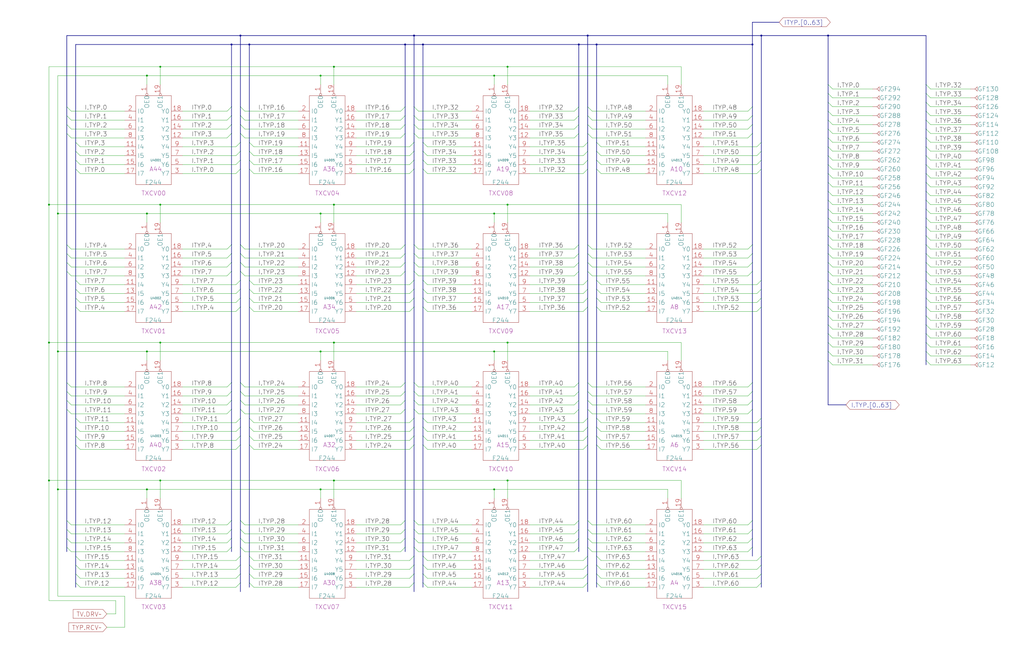
<source format=kicad_sch>
(kicad_sch (version 20250114) (generator "eeschema") (generator_version "9.0")
  (paper "User" 584.2 378.46)
  (title_block (title "BUS TRANCEIVERS\\nTYPE BUS") (date "22-SEP-90") (rev "2.0") (comment 1 "IOC") (comment 2 "232-003061") (comment 3 "S400") (comment 4 "RELEASED"))
  (junction (at 91.44 195.58))
  (junction (at 472.44 20.32))
  (junction (at 330.2 25.4))
  (junction (at 27.94 274.32))
  (junction (at 33.02 200.66))
  (junction (at 190.5 274.32))
  (junction (at 83.82 200.66))
  (junction (at 132.08 25.4))
  (junction (at 289.56 274.32))
  (junction (at 33.02 279.4))
  (junction (at 231.14 25.4))
  (junction (at 33.02 121.92))
  (junction (at 91.44 274.32))
  (junction (at 182.88 43.18))
  (junction (at 182.88 121.92))
  (junction (at 281.94 121.92))
  (junction (at 83.82 279.4))
  (junction (at 83.82 43.18))
  (junction (at 182.88 279.4))
  (junction (at 142.24 25.4))
  (junction (at 137.16 20.32))
  (junction (at 340.36 25.4))
  (junction (at 289.56 116.84))
  (junction (at 182.88 200.66))
  (junction (at 434.34 20.32))
  (junction (at 27.94 116.84))
  (junction (at 190.5 195.58))
  (junction (at 91.44 38.1))
  (junction (at 289.56 195.58))
  (junction (at 27.94 195.58))
  (junction (at 91.44 116.84))
  (junction (at 190.5 116.84))
  (junction (at 281.94 200.66))
  (junction (at 289.56 38.1))
  (junction (at 281.94 279.4))
  (junction (at 236.22 20.32))
  (junction (at 241.3 25.4))
  (junction (at 335.28 20.32))
  (junction (at 281.94 43.18))
  (junction (at 83.82 121.92))
  (junction (at 429.26 25.4))
  (junction (at 190.5 38.1))
  (bus_entry (at 472.44 88.9) (size 2.54 2.54))
  (bus_entry (at 528.32 139.7) (size 2.54 2.54))
  (bus_entry (at 434.34 248.92) (size -2.54 2.54))
  (bus_entry (at 528.32 165.1) (size 2.54 2.54))
  (bus_entry (at 236.22 254) (size -2.54 2.54))
  (bus_entry (at 335.28 302.26) (size 2.54 2.54))
  (bus_entry (at 142.24 254) (size 2.54 2.54))
  (bus_entry (at 132.08 302.26) (size -2.54 2.54))
  (bus_entry (at 236.22 149.86) (size 2.54 2.54))
  (bus_entry (at 472.44 134.62) (size 2.54 2.54))
  (bus_entry (at 43.18 86.36) (size 2.54 2.54))
  (bus_entry (at 335.28 139.7) (size 2.54 2.54))
  (bus_entry (at 38.1 139.7) (size 2.54 2.54))
  (bus_entry (at 472.44 114.3) (size 2.54 2.54))
  (bus_entry (at 132.08 144.78) (size -2.54 2.54))
  (bus_entry (at 472.44 165.1) (size 2.54 2.54))
  (bus_entry (at 340.36 327.66) (size 2.54 2.54))
  (bus_entry (at 38.1 228.6) (size 2.54 2.54))
  (bus_entry (at 335.28 154.94) (size 2.54 2.54))
  (bus_entry (at 142.24 332.74) (size 2.54 2.54))
  (bus_entry (at 137.16 218.44) (size 2.54 2.54))
  (bus_entry (at 137.16 81.28) (size -2.54 2.54))
  (bus_entry (at 236.22 332.74) (size -2.54 2.54))
  (bus_entry (at 142.24 91.44) (size 2.54 2.54))
  (bus_entry (at 231.14 76.2) (size -2.54 2.54))
  (bus_entry (at 231.14 228.6) (size -2.54 2.54))
  (bus_entry (at 137.16 144.78) (size 2.54 2.54))
  (bus_entry (at 340.36 332.74) (size 2.54 2.54))
  (bus_entry (at 231.14 307.34) (size -2.54 2.54))
  (bus_entry (at 236.22 60.96) (size 2.54 2.54))
  (bus_entry (at 43.18 243.84) (size 2.54 2.54))
  (bus_entry (at 472.44 78.74) (size 2.54 2.54))
  (bus_entry (at 132.08 223.52) (size -2.54 2.54))
  (bus_entry (at 137.16 243.84) (size -2.54 2.54))
  (bus_entry (at 434.34 170.18) (size -2.54 2.54))
  (bus_entry (at 472.44 190.5) (size 2.54 2.54))
  (bus_entry (at 429.26 139.7) (size -2.54 2.54))
  (bus_entry (at 38.1 307.34) (size 2.54 2.54))
  (bus_entry (at 340.36 322.58) (size 2.54 2.54))
  (bus_entry (at 472.44 180.34) (size 2.54 2.54))
  (bus_entry (at 137.16 154.94) (size 2.54 2.54))
  (bus_entry (at 340.36 243.84) (size 2.54 2.54))
  (bus_entry (at 528.32 154.94) (size 2.54 2.54))
  (bus_entry (at 137.16 96.52) (size -2.54 2.54))
  (bus_entry (at 335.28 144.78) (size 2.54 2.54))
  (bus_entry (at 335.28 248.92) (size -2.54 2.54))
  (bus_entry (at 38.1 233.68) (size 2.54 2.54))
  (bus_entry (at 231.14 233.68) (size -2.54 2.54))
  (bus_entry (at 236.22 307.34) (size 2.54 2.54))
  (bus_entry (at 241.3 332.74) (size 2.54 2.54))
  (bus_entry (at 472.44 58.42) (size 2.54 2.54))
  (bus_entry (at 330.2 302.26) (size -2.54 2.54))
  (bus_entry (at 137.16 307.34) (size 2.54 2.54))
  (bus_entry (at 472.44 48.26) (size 2.54 2.54))
  (bus_entry (at 241.3 86.36) (size 2.54 2.54))
  (bus_entry (at 231.14 154.94) (size -2.54 2.54))
  (bus_entry (at 43.18 170.18) (size 2.54 2.54))
  (bus_entry (at 137.16 86.36) (size -2.54 2.54))
  (bus_entry (at 137.16 322.58) (size -2.54 2.54))
  (bus_entry (at 132.08 71.12) (size -2.54 2.54))
  (bus_entry (at 429.26 297.18) (size -2.54 2.54))
  (bus_entry (at 528.32 124.46) (size 2.54 2.54))
  (bus_entry (at 137.16 76.2) (size 2.54 2.54))
  (bus_entry (at 335.28 228.6) (size 2.54 2.54))
  (bus_entry (at 528.32 99.06) (size 2.54 2.54))
  (bus_entry (at 241.3 96.52) (size 2.54 2.54))
  (bus_entry (at 241.3 322.58) (size 2.54 2.54))
  (bus_entry (at 231.14 66.04) (size -2.54 2.54))
  (bus_entry (at 236.22 312.42) (size 2.54 2.54))
  (bus_entry (at 137.16 60.96) (size 2.54 2.54))
  (bus_entry (at 241.3 160.02) (size 2.54 2.54))
  (bus_entry (at 137.16 139.7) (size 2.54 2.54))
  (bus_entry (at 236.22 233.68) (size 2.54 2.54))
  (bus_entry (at 335.28 233.68) (size 2.54 2.54))
  (bus_entry (at 241.3 327.66) (size 2.54 2.54))
  (bus_entry (at 528.32 68.58) (size 2.54 2.54))
  (bus_entry (at 528.32 48.26) (size 2.54 2.54))
  (bus_entry (at 434.34 91.44) (size -2.54 2.54))
  (bus_entry (at 335.28 317.5) (size -2.54 2.54))
  (bus_entry (at 236.22 76.2) (size 2.54 2.54))
  (bus_entry (at 528.32 149.86) (size 2.54 2.54))
  (bus_entry (at 132.08 233.68) (size -2.54 2.54))
  (bus_entry (at 472.44 99.06) (size 2.54 2.54))
  (bus_entry (at 231.14 297.18) (size -2.54 2.54))
  (bus_entry (at 142.24 317.5) (size 2.54 2.54))
  (bus_entry (at 137.16 302.26) (size 2.54 2.54))
  (bus_entry (at 236.22 96.52) (size -2.54 2.54))
  (bus_entry (at 132.08 154.94) (size -2.54 2.54))
  (bus_entry (at 528.32 144.78) (size 2.54 2.54))
  (bus_entry (at 236.22 317.5) (size -2.54 2.54))
  (bus_entry (at 236.22 139.7) (size 2.54 2.54))
  (bus_entry (at 236.22 81.28) (size -2.54 2.54))
  (bus_entry (at 429.26 302.26) (size -2.54 2.54))
  (bus_entry (at 236.22 170.18) (size -2.54 2.54))
  (bus_entry (at 434.34 81.28) (size -2.54 2.54))
  (bus_entry (at 330.2 307.34) (size -2.54 2.54))
  (bus_entry (at 137.16 228.6) (size 2.54 2.54))
  (bus_entry (at 335.28 322.58) (size -2.54 2.54))
  (bus_entry (at 434.34 332.74) (size -2.54 2.54))
  (bus_entry (at 231.14 302.26) (size -2.54 2.54))
  (bus_entry (at 132.08 312.42) (size -2.54 2.54))
  (bus_entry (at 429.26 312.42) (size -2.54 2.54))
  (bus_entry (at 472.44 170.18) (size 2.54 2.54))
  (bus_entry (at 429.26 218.44) (size -2.54 2.54))
  (bus_entry (at 137.16 327.66) (size -2.54 2.54))
  (bus_entry (at 43.18 332.74) (size 2.54 2.54))
  (bus_entry (at 142.24 238.76) (size 2.54 2.54))
  (bus_entry (at 236.22 175.26) (size -2.54 2.54))
  (bus_entry (at 137.16 248.92) (size -2.54 2.54))
  (bus_entry (at 132.08 218.44) (size -2.54 2.54))
  (bus_entry (at 330.2 233.68) (size -2.54 2.54))
  (bus_entry (at 137.16 160.02) (size -2.54 2.54))
  (bus_entry (at 434.34 160.02) (size -2.54 2.54))
  (bus_entry (at 429.26 307.34) (size -2.54 2.54))
  (bus_entry (at 335.28 86.36) (size -2.54 2.54))
  (bus_entry (at 472.44 73.66) (size 2.54 2.54))
  (bus_entry (at 528.32 195.58) (size 2.54 2.54))
  (bus_entry (at 137.16 223.52) (size 2.54 2.54))
  (bus_entry (at 142.24 327.66) (size 2.54 2.54))
  (bus_entry (at 528.32 175.26) (size 2.54 2.54))
  (bus_entry (at 429.26 60.96) (size -2.54 2.54))
  (bus_entry (at 429.26 71.12) (size -2.54 2.54))
  (bus_entry (at 236.22 327.66) (size -2.54 2.54))
  (bus_entry (at 528.32 63.5) (size 2.54 2.54))
  (bus_entry (at 528.32 104.14) (size 2.54 2.54))
  (bus_entry (at 132.08 228.6) (size -2.54 2.54))
  (bus_entry (at 137.16 170.18) (size -2.54 2.54))
  (bus_entry (at 241.3 254) (size 2.54 2.54))
  (bus_entry (at 472.44 68.58) (size 2.54 2.54))
  (bus_entry (at 142.24 160.02) (size 2.54 2.54))
  (bus_entry (at 335.28 149.86) (size 2.54 2.54))
  (bus_entry (at 236.22 322.58) (size -2.54 2.54))
  (bus_entry (at 43.18 238.76) (size 2.54 2.54))
  (bus_entry (at 528.32 109.22) (size 2.54 2.54))
  (bus_entry (at 137.16 165.1) (size -2.54 2.54))
  (bus_entry (at 142.24 322.58) (size 2.54 2.54))
  (bus_entry (at 340.36 175.26) (size 2.54 2.54))
  (bus_entry (at 236.22 302.26) (size 2.54 2.54))
  (bus_entry (at 335.28 243.84) (size -2.54 2.54))
  (bus_entry (at 434.34 317.5) (size -2.54 2.54))
  (bus_entry (at 231.14 71.12) (size -2.54 2.54))
  (bus_entry (at 236.22 160.02) (size -2.54 2.54))
  (bus_entry (at 43.18 165.1) (size 2.54 2.54))
  (bus_entry (at 38.1 218.44) (size 2.54 2.54))
  (bus_entry (at 142.24 96.52) (size 2.54 2.54))
  (bus_entry (at 330.2 223.52) (size -2.54 2.54))
  (bus_entry (at 335.28 332.74) (size -2.54 2.54))
  (bus_entry (at 434.34 327.66) (size -2.54 2.54))
  (bus_entry (at 340.36 238.76) (size 2.54 2.54))
  (bus_entry (at 472.44 119.38) (size 2.54 2.54))
  (bus_entry (at 335.28 60.96) (size 2.54 2.54))
  (bus_entry (at 528.32 83.82) (size 2.54 2.54))
  (bus_entry (at 137.16 71.12) (size 2.54 2.54))
  (bus_entry (at 43.18 248.92) (size 2.54 2.54))
  (bus_entry (at 528.32 205.74) (size 2.54 2.54))
  (bus_entry (at 434.34 322.58) (size -2.54 2.54))
  (bus_entry (at 528.32 119.38) (size 2.54 2.54))
  (bus_entry (at 236.22 86.36) (size -2.54 2.54))
  (bus_entry (at 142.24 248.92) (size 2.54 2.54))
  (bus_entry (at 236.22 144.78) (size 2.54 2.54))
  (bus_entry (at 472.44 109.22) (size 2.54 2.54))
  (bus_entry (at 434.34 175.26) (size -2.54 2.54))
  (bus_entry (at 132.08 307.34) (size -2.54 2.54))
  (bus_entry (at 335.28 223.52) (size 2.54 2.54))
  (bus_entry (at 335.28 81.28) (size -2.54 2.54))
  (bus_entry (at 528.32 73.66) (size 2.54 2.54))
  (bus_entry (at 137.16 297.18) (size 2.54 2.54))
  (bus_entry (at 241.3 238.76) (size 2.54 2.54))
  (bus_entry (at 335.28 327.66) (size -2.54 2.54))
  (bus_entry (at 472.44 93.98) (size 2.54 2.54))
  (bus_entry (at 38.1 297.18) (size 2.54 2.54))
  (bus_entry (at 434.34 254) (size -2.54 2.54))
  (bus_entry (at 434.34 238.76) (size -2.54 2.54))
  (bus_entry (at 241.3 248.92) (size 2.54 2.54))
  (bus_entry (at 132.08 297.18) (size -2.54 2.54))
  (bus_entry (at 528.32 78.74) (size 2.54 2.54))
  (bus_entry (at 38.1 223.52) (size 2.54 2.54))
  (bus_entry (at 335.28 165.1) (size -2.54 2.54))
  (bus_entry (at 142.24 243.84) (size 2.54 2.54))
  (bus_entry (at 330.2 312.42) (size -2.54 2.54))
  (bus_entry (at 472.44 200.66) (size 2.54 2.54))
  (bus_entry (at 38.1 302.26) (size 2.54 2.54))
  (bus_entry (at 340.36 160.02) (size 2.54 2.54))
  (bus_entry (at 330.2 297.18) (size -2.54 2.54))
  (bus_entry (at 241.3 165.1) (size 2.54 2.54))
  (bus_entry (at 340.36 165.1) (size 2.54 2.54))
  (bus_entry (at 335.28 312.42) (size 2.54 2.54))
  (bus_entry (at 142.24 86.36) (size 2.54 2.54))
  (bus_entry (at 335.28 76.2) (size 2.54 2.54))
  (bus_entry (at 236.22 218.44) (size 2.54 2.54))
  (bus_entry (at 472.44 63.5) (size 2.54 2.54))
  (bus_entry (at 528.32 53.34) (size 2.54 2.54))
  (bus_entry (at 434.34 96.52) (size -2.54 2.54))
  (bus_entry (at 137.16 66.04) (size 2.54 2.54))
  (bus_entry (at 241.3 170.18) (size 2.54 2.54))
  (bus_entry (at 236.22 66.04) (size 2.54 2.54))
  (bus_entry (at 241.3 81.28) (size 2.54 2.54))
  (bus_entry (at 231.14 312.42) (size -2.54 2.54))
  (bus_entry (at 434.34 86.36) (size -2.54 2.54))
  (bus_entry (at 340.36 96.52) (size 2.54 2.54))
  (bus_entry (at 142.24 81.28) (size 2.54 2.54))
  (bus_entry (at 472.44 139.7) (size 2.54 2.54))
  (bus_entry (at 43.18 175.26) (size 2.54 2.54))
  (bus_entry (at 330.2 149.86) (size -2.54 2.54))
  (bus_entry (at 429.26 233.68) (size -2.54 2.54))
  (bus_entry (at 429.26 66.04) (size -2.54 2.54))
  (bus_entry (at 429.26 228.6) (size -2.54 2.54))
  (bus_entry (at 38.1 144.78) (size 2.54 2.54))
  (bus_entry (at 528.32 114.3) (size 2.54 2.54))
  (bus_entry (at 434.34 165.1) (size -2.54 2.54))
  (bus_entry (at 236.22 154.94) (size 2.54 2.54))
  (bus_entry (at 236.22 71.12) (size 2.54 2.54))
  (bus_entry (at 528.32 134.62) (size 2.54 2.54))
  (bus_entry (at 335.28 238.76) (size -2.54 2.54))
  (bus_entry (at 340.36 81.28) (size 2.54 2.54))
  (bus_entry (at 528.32 185.42) (size 2.54 2.54))
  (bus_entry (at 335.28 71.12) (size 2.54 2.54))
  (bus_entry (at 137.16 317.5) (size -2.54 2.54))
  (bus_entry (at 43.18 254) (size 2.54 2.54))
  (bus_entry (at 231.14 60.96) (size -2.54 2.54))
  (bus_entry (at 528.32 180.34) (size 2.54 2.54))
  (bus_entry (at 335.28 175.26) (size -2.54 2.54))
  (bus_entry (at 335.28 307.34) (size 2.54 2.54))
  (bus_entry (at 236.22 248.92) (size -2.54 2.54))
  (bus_entry (at 236.22 91.44) (size -2.54 2.54))
  (bus_entry (at 528.32 190.5) (size 2.54 2.54))
  (bus_entry (at 43.18 327.66) (size 2.54 2.54))
  (bus_entry (at 43.18 160.02) (size 2.54 2.54))
  (bus_entry (at 472.44 129.54) (size 2.54 2.54))
  (bus_entry (at 137.16 332.74) (size -2.54 2.54))
  (bus_entry (at 330.2 228.6) (size -2.54 2.54))
  (bus_entry (at 434.34 243.84) (size -2.54 2.54))
  (bus_entry (at 330.2 76.2) (size -2.54 2.54))
  (bus_entry (at 528.32 58.42) (size 2.54 2.54))
  (bus_entry (at 137.16 91.44) (size -2.54 2.54))
  (bus_entry (at 142.24 170.18) (size 2.54 2.54))
  (bus_entry (at 472.44 185.42) (size 2.54 2.54))
  (bus_entry (at 236.22 243.84) (size -2.54 2.54))
  (bus_entry (at 335.28 218.44) (size 2.54 2.54))
  (bus_entry (at 43.18 81.28) (size 2.54 2.54))
  (bus_entry (at 528.32 93.98) (size 2.54 2.54))
  (bus_entry (at 38.1 66.04) (size 2.54 2.54))
  (bus_entry (at 231.14 218.44) (size -2.54 2.54))
  (bus_entry (at 429.26 223.52) (size -2.54 2.54))
  (bus_entry (at 132.08 139.7) (size -2.54 2.54))
  (bus_entry (at 137.16 312.42) (size 2.54 2.54))
  (bus_entry (at 340.36 170.18) (size 2.54 2.54))
  (bus_entry (at 132.08 149.86) (size -2.54 2.54))
  (bus_entry (at 236.22 297.18) (size 2.54 2.54))
  (bus_entry (at 472.44 83.82) (size 2.54 2.54))
  (bus_entry (at 340.36 248.92) (size 2.54 2.54))
  (bus_entry (at 330.2 154.94) (size -2.54 2.54))
  (bus_entry (at 132.08 66.04) (size -2.54 2.54))
  (bus_entry (at 330.2 71.12) (size -2.54 2.54))
  (bus_entry (at 43.18 96.52) (size 2.54 2.54))
  (bus_entry (at 236.22 165.1) (size -2.54 2.54))
  (bus_entry (at 528.32 88.9) (size 2.54 2.54))
  (bus_entry (at 38.1 154.94) (size 2.54 2.54))
  (bus_entry (at 236.22 228.6) (size 2.54 2.54))
  (bus_entry (at 241.3 175.26) (size 2.54 2.54))
  (bus_entry (at 340.36 86.36) (size 2.54 2.54))
  (bus_entry (at 528.32 170.18) (size 2.54 2.54))
  (bus_entry (at 241.3 91.44) (size 2.54 2.54))
  (bus_entry (at 528.32 200.66) (size 2.54 2.54))
  (bus_entry (at 231.14 144.78) (size -2.54 2.54))
  (bus_entry (at 472.44 205.74) (size 2.54 2.54))
  (bus_entry (at 472.44 175.26) (size 2.54 2.54))
  (bus_entry (at 472.44 124.46) (size 2.54 2.54))
  (bus_entry (at 241.3 243.84) (size 2.54 2.54))
  (bus_entry (at 330.2 218.44) (size -2.54 2.54))
  (bus_entry (at 43.18 91.44) (size 2.54 2.54))
  (bus_entry (at 142.24 175.26) (size 2.54 2.54))
  (bus_entry (at 429.26 76.2) (size -2.54 2.54))
  (bus_entry (at 231.14 223.52) (size -2.54 2.54))
  (bus_entry (at 472.44 154.94) (size 2.54 2.54))
  (bus_entry (at 429.26 154.94) (size -2.54 2.54))
  (bus_entry (at 236.22 238.76) (size -2.54 2.54))
  (bus_entry (at 335.28 160.02) (size -2.54 2.54))
  (bus_entry (at 137.16 254) (size -2.54 2.54))
  (bus_entry (at 38.1 312.42) (size 2.54 2.54))
  (bus_entry (at 429.26 149.86) (size -2.54 2.54))
  (bus_entry (at 38.1 60.96) (size 2.54 2.54))
  (bus_entry (at 340.36 254) (size 2.54 2.54))
  (bus_entry (at 236.22 223.52) (size 2.54 2.54))
  (bus_entry (at 335.28 91.44) (size -2.54 2.54))
  (bus_entry (at 38.1 71.12) (size 2.54 2.54))
  (bus_entry (at 231.14 149.86) (size -2.54 2.54))
  (bus_entry (at 38.1 149.86) (size 2.54 2.54))
  (bus_entry (at 472.44 53.34) (size 2.54 2.54))
  (bus_entry (at 330.2 66.04) (size -2.54 2.54))
  (bus_entry (at 43.18 317.5) (size 2.54 2.54))
  (bus_entry (at 132.08 76.2) (size -2.54 2.54))
  (bus_entry (at 132.08 60.96) (size -2.54 2.54))
  (bus_entry (at 472.44 160.02) (size 2.54 2.54))
  (bus_entry (at 231.14 139.7) (size -2.54 2.54))
  (bus_entry (at 137.16 238.76) (size -2.54 2.54))
  (bus_entry (at 335.28 170.18) (size -2.54 2.54))
  (bus_entry (at 429.26 144.78) (size -2.54 2.54))
  (bus_entry (at 330.2 144.78) (size -2.54 2.54))
  (bus_entry (at 472.44 195.58) (size 2.54 2.54))
  (bus_entry (at 472.44 144.78) (size 2.54 2.54))
  (bus_entry (at 472.44 104.14) (size 2.54 2.54))
  (bus_entry (at 38.1 76.2) (size 2.54 2.54))
  (bus_entry (at 137.16 149.86) (size 2.54 2.54))
  (bus_entry (at 528.32 129.54) (size 2.54 2.54))
  (bus_entry (at 340.36 317.5) (size 2.54 2.54))
  (bus_entry (at 137.16 233.68) (size 2.54 2.54))
  (bus_entry (at 335.28 96.52) (size -2.54 2.54))
  (bus_entry (at 43.18 322.58) (size 2.54 2.54))
  (bus_entry (at 472.44 149.86) (size 2.54 2.54))
  (bus_entry (at 330.2 139.7) (size -2.54 2.54))
  (bus_entry (at 330.2 60.96) (size -2.54 2.54))
  (bus_entry (at 142.24 165.1) (size 2.54 2.54))
  (bus_entry (at 335.28 297.18) (size 2.54 2.54))
  (bus_entry (at 528.32 160.02) (size 2.54 2.54))
  (bus_entry (at 241.3 317.5) (size 2.54 2.54))
  (bus_entry (at 137.16 175.26) (size -2.54 2.54))
  (bus_entry (at 335.28 254) (size -2.54 2.54))
  (bus_entry (at 340.36 91.44) (size 2.54 2.54))
  (bus_entry (at 335.28 66.04) (size 2.54 2.54))
  (bus (pts (xy 472.44 165.1) (xy 472.44 170.18)))
  (wire (pts (xy 27.94 195.58) (xy 27.94 116.84)))
  (wire (pts (xy 302.26 73.66) (xy 327.66 73.66)))
  (wire (pts (xy 238.76 309.88) (xy 269.24 309.88)))
  (wire (pts (xy 289.56 38.1) (xy 289.56 48.26)))
  (bus (pts (xy 335.28 81.28) (xy 335.28 86.36)))
  (wire (pts (xy 381 43.18) (xy 281.94 43.18)))
  (wire (pts (xy 302.26 325.12) (xy 332.74 325.12)))
  (wire (pts (xy 337.82 231.14) (xy 368.3 231.14)))
  (wire (pts (xy 144.78 93.98) (xy 170.18 93.98)))
  (bus (pts (xy 132.08 76.2) (xy 132.08 139.7)))
  (wire (pts (xy 530.86 172.72) (xy 553.72 172.72)))
  (bus (pts (xy 434.34 238.76) (xy 434.34 243.84)))
  (bus (pts (xy 236.22 243.84) (xy 236.22 248.92)))
  (bus (pts (xy 137.16 91.44) (xy 137.16 96.52)))
  (bus (pts (xy 429.26 223.52) (xy 429.26 228.6)))
  (wire (pts (xy 388.62 205.74) (xy 388.62 195.58)))
  (wire (pts (xy 337.82 226.06) (xy 368.3 226.06)))
  (wire (pts (xy 139.7 63.5) (xy 170.18 63.5)))
  (bus (pts (xy 472.44 129.54) (xy 472.44 134.62)))
  (wire (pts (xy 104.14 83.82) (xy 134.62 83.82)))
  (bus (pts (xy 38.1 228.6) (xy 38.1 233.68)))
  (wire (pts (xy 302.26 162.56) (xy 332.74 162.56)))
  (bus (pts (xy 236.22 20.32) (xy 236.22 60.96)))
  (wire (pts (xy 40.64 226.06) (xy 71.12 226.06)))
  (wire (pts (xy 144.78 320.04) (xy 170.18 320.04)))
  (wire (pts (xy 474.98 203.2) (xy 497.84 203.2)))
  (bus (pts (xy 335.28 302.26) (xy 335.28 307.34)))
  (bus (pts (xy 472.44 144.78) (xy 472.44 149.86)))
  (bus (pts (xy 434.34 322.58) (xy 434.34 327.66)))
  (wire (pts (xy 104.14 330.2) (xy 134.62 330.2)))
  (bus (pts (xy 132.08 66.04) (xy 132.08 71.12)))
  (bus (pts (xy 335.28 228.6) (xy 335.28 233.68)))
  (wire (pts (xy 190.5 195.58) (xy 190.5 205.74)))
  (wire (pts (xy 203.2 226.06) (xy 228.6 226.06)))
  (bus (pts (xy 236.22 160.02) (xy 236.22 165.1)))
  (wire (pts (xy 243.84 335.28) (xy 269.24 335.28)))
  (bus (pts (xy 434.34 175.26) (xy 434.34 238.76)))
  (wire (pts (xy 238.76 226.06) (xy 269.24 226.06)))
  (wire (pts (xy 139.7 299.72) (xy 170.18 299.72)))
  (bus (pts (xy 132.08 297.18) (xy 132.08 302.26)))
  (bus (pts (xy 335.28 76.2) (xy 335.28 81.28)))
  (wire (pts (xy 302.26 147.32) (xy 327.66 147.32)))
  (wire (pts (xy 530.86 182.88) (xy 553.72 182.88)))
  (bus (pts (xy 241.3 91.44) (xy 241.3 96.52)))
  (bus (pts (xy 231.14 228.6) (xy 231.14 233.68)))
  (wire (pts (xy 203.2 157.48) (xy 228.6 157.48)))
  (wire (pts (xy 144.78 325.12) (xy 170.18 325.12)))
  (bus (pts (xy 236.22 66.04) (xy 236.22 71.12)))
  (bus (pts (xy 528.32 175.26) (xy 528.32 180.34)))
  (bus (pts (xy 330.2 218.44) (xy 330.2 223.52)))
  (bus (pts (xy 231.14 60.96) (xy 231.14 66.04)))
  (wire (pts (xy 104.14 335.28) (xy 134.62 335.28)))
  (wire (pts (xy 474.98 96.52) (xy 497.84 96.52)))
  (wire (pts (xy 45.72 251.46) (xy 71.12 251.46)))
  (wire (pts (xy 139.7 304.8) (xy 170.18 304.8)))
  (wire (pts (xy 530.86 167.64) (xy 553.72 167.64)))
  (bus (pts (xy 330.2 25.4) (xy 330.2 60.96)))
  (wire (pts (xy 381 284.48) (xy 381 279.4)))
  (bus (pts (xy 241.3 175.26) (xy 241.3 238.76)))
  (wire (pts (xy 530.86 96.52) (xy 553.72 96.52)))
  (bus (pts (xy 335.28 297.18) (xy 335.28 302.26)))
  (wire (pts (xy 190.5 274.32) (xy 91.44 274.32)))
  (bus (pts (xy 472.44 170.18) (xy 472.44 175.26)))
  (wire (pts (xy 530.86 111.76) (xy 553.72 111.76)))
  (wire (pts (xy 40.64 147.32) (xy 71.12 147.32)))
  (bus (pts (xy 43.18 243.84) (xy 43.18 248.92)))
  (bus (pts (xy 340.36 322.58) (xy 340.36 327.66)))
  (wire (pts (xy 342.9 256.54) (xy 368.3 256.54)))
  (wire (pts (xy 190.5 274.32) (xy 190.5 284.48)))
  (wire (pts (xy 104.14 78.74) (xy 129.54 78.74)))
  (wire (pts (xy 203.2 93.98) (xy 233.68 93.98)))
  (bus (pts (xy 231.14 66.04) (xy 231.14 71.12)))
  (bus (pts (xy 472.44 205.74) (xy 472.44 231.14)))
  (wire (pts (xy 530.86 91.44) (xy 553.72 91.44)))
  (wire (pts (xy 243.84 172.72) (xy 269.24 172.72)))
  (wire (pts (xy 203.2 152.4) (xy 228.6 152.4)))
  (bus (pts (xy 236.22 76.2) (xy 236.22 81.28)))
  (wire (pts (xy 401.32 226.06) (xy 426.72 226.06)))
  (bus (pts (xy 231.14 139.7) (xy 231.14 144.78)))
  (bus (pts (xy 330.2 76.2) (xy 330.2 139.7)))
  (bus (pts (xy 528.32 53.34) (xy 528.32 58.42)))
  (wire (pts (xy 337.82 78.74) (xy 368.3 78.74)))
  (bus (pts (xy 472.44 83.82) (xy 472.44 88.9)))
  (wire (pts (xy 203.2 314.96) (xy 228.6 314.96)))
  (bus (pts (xy 434.34 96.52) (xy 434.34 160.02)))
  (bus (pts (xy 472.44 109.22) (xy 472.44 114.3)))
  (bus (pts (xy 472.44 160.02) (xy 472.44 165.1)))
  (bus (pts (xy 241.3 238.76) (xy 241.3 243.84)))
  (bus (pts (xy 335.28 218.44) (xy 335.28 223.52)))
  (bus (pts (xy 472.44 124.46) (xy 472.44 129.54)))
  (wire (pts (xy 401.32 88.9) (xy 431.8 88.9)))
  (wire (pts (xy 401.32 314.96) (xy 426.72 314.96)))
  (wire (pts (xy 238.76 78.74) (xy 269.24 78.74)))
  (wire (pts (xy 401.32 309.88) (xy 426.72 309.88)))
  (bus (pts (xy 472.44 99.06) (xy 472.44 104.14)))
  (wire (pts (xy 83.82 121.92) (xy 83.82 127)))
  (wire (pts (xy 474.98 106.68) (xy 497.84 106.68)))
  (bus (pts (xy 330.2 139.7) (xy 330.2 144.78)))
  (wire (pts (xy 381 279.4) (xy 281.94 279.4)))
  (bus (pts (xy 38.1 66.04) (xy 38.1 71.12)))
  (bus (pts (xy 142.24 165.1) (xy 142.24 170.18)))
  (bus (pts (xy 528.32 195.58) (xy 528.32 200.66)))
  (wire (pts (xy 289.56 195.58) (xy 388.62 195.58)))
  (wire (pts (xy 302.26 309.88) (xy 327.66 309.88)))
  (bus (pts (xy 132.08 223.52) (xy 132.08 228.6)))
  (bus (pts (xy 330.2 144.78) (xy 330.2 149.86)))
  (wire (pts (xy 27.94 116.84) (xy 27.94 38.1)))
  (wire (pts (xy 289.56 116.84) (xy 388.62 116.84)))
  (bus (pts (xy 241.3 170.18) (xy 241.3 175.26)))
  (wire (pts (xy 401.32 78.74) (xy 426.72 78.74)))
  (wire (pts (xy 203.2 236.22) (xy 228.6 236.22)))
  (wire (pts (xy 238.76 220.98) (xy 269.24 220.98)))
  (wire (pts (xy 289.56 274.32) (xy 289.56 284.48)))
  (wire (pts (xy 243.84 246.38) (xy 269.24 246.38)))
  (wire (pts (xy 33.02 121.92) (xy 83.82 121.92)))
  (bus (pts (xy 137.16 71.12) (xy 137.16 76.2)))
  (wire (pts (xy 302.26 83.82) (xy 332.74 83.82)))
  (wire (pts (xy 139.7 147.32) (xy 170.18 147.32)))
  (bus (pts (xy 236.22 170.18) (xy 236.22 175.26)))
  (bus (pts (xy 236.22 248.92) (xy 236.22 254)))
  (bus (pts (xy 528.32 104.14) (xy 528.32 109.22)))
  (bus (pts (xy 38.1 60.96) (xy 38.1 66.04)))
  (wire (pts (xy 40.64 299.72) (xy 71.12 299.72)))
  (wire (pts (xy 302.26 314.96) (xy 327.66 314.96)))
  (wire (pts (xy 139.7 157.48) (xy 170.18 157.48)))
  (wire (pts (xy 388.62 274.32) (xy 289.56 274.32)))
  (bus (pts (xy 340.36 238.76) (xy 340.36 243.84)))
  (wire (pts (xy 302.26 231.14) (xy 327.66 231.14)))
  (bus (pts (xy 528.32 99.06) (xy 528.32 104.14)))
  (bus (pts (xy 330.2 307.34) (xy 330.2 312.42)))
  (bus (pts (xy 231.14 71.12) (xy 231.14 76.2)))
  (bus (pts (xy 335.28 86.36) (xy 335.28 91.44)))
  (bus (pts (xy 231.14 307.34) (xy 231.14 312.42)))
  (wire (pts (xy 530.86 86.36) (xy 553.72 86.36)))
  (wire (pts (xy 104.14 99.06) (xy 134.62 99.06)))
  (bus (pts (xy 132.08 149.86) (xy 132.08 154.94)))
  (wire (pts (xy 243.84 83.82) (xy 269.24 83.82)))
  (bus (pts (xy 241.3 81.28) (xy 241.3 86.36)))
  (bus (pts (xy 236.22 327.66) (xy 236.22 332.74)))
  (bus (pts (xy 231.14 25.4) (xy 241.3 25.4)))
  (wire (pts (xy 281.94 279.4) (xy 281.94 284.48)))
  (bus (pts (xy 528.32 48.26) (xy 528.32 53.34)))
  (wire (pts (xy 243.84 256.54) (xy 269.24 256.54)))
  (wire (pts (xy 91.44 116.84) (xy 91.44 127)))
  (bus (pts (xy 335.28 160.02) (xy 335.28 165.1)))
  (bus (pts (xy 236.22 233.68) (xy 236.22 238.76)))
  (wire (pts (xy 474.98 142.24) (xy 497.84 142.24)))
  (wire (pts (xy 302.26 335.28) (xy 332.74 335.28)))
  (wire (pts (xy 203.2 220.98) (xy 228.6 220.98)))
  (wire (pts (xy 71.12 340.36) (xy 33.02 340.36)))
  (wire (pts (xy 27.94 274.32) (xy 27.94 195.58)))
  (wire (pts (xy 104.14 325.12) (xy 134.62 325.12)))
  (wire (pts (xy 144.78 83.82) (xy 170.18 83.82)))
  (wire (pts (xy 474.98 101.6) (xy 497.84 101.6)))
  (wire (pts (xy 281.94 200.66) (xy 281.94 205.74)))
  (bus (pts (xy 434.34 243.84) (xy 434.34 248.92)))
  (bus (pts (xy 434.34 86.36) (xy 434.34 91.44)))
  (wire (pts (xy 243.84 162.56) (xy 269.24 162.56)))
  (bus (pts (xy 231.14 149.86) (xy 231.14 154.94)))
  (bus (pts (xy 142.24 243.84) (xy 142.24 248.92)))
  (wire (pts (xy 144.78 335.28) (xy 170.18 335.28)))
  (wire (pts (xy 401.32 167.64) (xy 431.8 167.64)))
  (bus (pts (xy 472.44 73.66) (xy 472.44 78.74)))
  (bus (pts (xy 429.26 66.04) (xy 429.26 71.12)))
  (bus (pts (xy 528.32 134.62) (xy 528.32 139.7)))
  (bus (pts (xy 528.32 119.38) (xy 528.32 124.46)))
  (wire (pts (xy 289.56 38.1) (xy 388.62 38.1)))
  (wire (pts (xy 45.72 88.9) (xy 71.12 88.9)))
  (wire (pts (xy 238.76 73.66) (xy 269.24 73.66)))
  (wire (pts (xy 104.14 157.48) (xy 129.54 157.48)))
  (bus (pts (xy 236.22 91.44) (xy 236.22 96.52)))
  (wire (pts (xy 342.9 330.2) (xy 368.3 330.2)))
  (wire (pts (xy 60.96 350.52) (xy 66.04 350.52)))
  (bus (pts (xy 330.2 297.18) (xy 330.2 302.26)))
  (wire (pts (xy 388.62 38.1) (xy 388.62 48.26)))
  (bus (pts (xy 142.24 170.18) (xy 142.24 175.26)))
  (wire (pts (xy 401.32 220.98) (xy 426.72 220.98)))
  (bus (pts (xy 43.18 81.28) (xy 43.18 86.36)))
  (bus (pts (xy 137.16 81.28) (xy 137.16 86.36)))
  (wire (pts (xy 203.2 142.24) (xy 228.6 142.24)))
  (wire (pts (xy 474.98 60.96) (xy 497.84 60.96)))
  (bus (pts (xy 231.14 144.78) (xy 231.14 149.86)))
  (bus (pts (xy 137.16 60.96) (xy 137.16 66.04)))
  (wire (pts (xy 342.9 177.8) (xy 368.3 177.8)))
  (wire (pts (xy 530.86 81.28) (xy 553.72 81.28)))
  (wire (pts (xy 474.98 111.76) (xy 497.84 111.76)))
  (bus (pts (xy 528.32 200.66) (xy 528.32 205.74)))
  (bus (pts (xy 335.28 144.78) (xy 335.28 149.86)))
  (bus (pts (xy 434.34 332.74) (xy 434.34 335.28)))
  (bus (pts (xy 340.36 327.66) (xy 340.36 332.74)))
  (bus (pts (xy 429.26 228.6) (xy 429.26 233.68)))
  (wire (pts (xy 40.64 152.4) (xy 71.12 152.4)))
  (wire (pts (xy 40.64 220.98) (xy 71.12 220.98)))
  (wire (pts (xy 190.5 195.58) (xy 289.56 195.58)))
  (bus (pts (xy 528.32 20.32) (xy 528.32 48.26)))
  (bus (pts (xy 472.44 20.32) (xy 528.32 20.32)))
  (wire (pts (xy 342.9 88.9) (xy 368.3 88.9)))
  (bus (pts (xy 528.32 63.5) (xy 528.32 68.58)))
  (wire (pts (xy 144.78 246.38) (xy 170.18 246.38)))
  (bus (pts (xy 132.08 302.26) (xy 132.08 307.34)))
  (wire (pts (xy 83.82 121.92) (xy 182.88 121.92)))
  (wire (pts (xy 342.9 167.64) (xy 368.3 167.64)))
  (bus (pts (xy 142.24 317.5) (xy 142.24 322.58)))
  (wire (pts (xy 474.98 132.08) (xy 497.84 132.08)))
  (wire (pts (xy 302.26 99.06) (xy 332.74 99.06)))
  (bus (pts (xy 335.28 223.52) (xy 335.28 228.6)))
  (wire (pts (xy 474.98 81.28) (xy 497.84 81.28)))
  (wire (pts (xy 337.82 68.58) (xy 368.3 68.58)))
  (bus (pts (xy 429.26 233.68) (xy 429.26 297.18)))
  (wire (pts (xy 401.32 152.4) (xy 426.72 152.4)))
  (wire (pts (xy 530.86 152.4) (xy 553.72 152.4)))
  (wire (pts (xy 530.86 187.96) (xy 553.72 187.96)))
  (wire (pts (xy 203.2 304.8) (xy 228.6 304.8)))
  (bus (pts (xy 38.1 233.68) (xy 38.1 297.18)))
  (wire (pts (xy 45.72 241.3) (xy 71.12 241.3)))
  (wire (pts (xy 139.7 236.22) (xy 170.18 236.22)))
  (bus (pts (xy 137.16 170.18) (xy 137.16 175.26)))
  (bus (pts (xy 231.14 218.44) (xy 231.14 223.52)))
  (wire (pts (xy 238.76 231.14) (xy 269.24 231.14)))
  (bus (pts (xy 335.28 149.86) (xy 335.28 154.94)))
  (wire (pts (xy 342.9 99.06) (xy 368.3 99.06)))
  (bus (pts (xy 330.2 223.52) (xy 330.2 228.6)))
  (wire (pts (xy 182.88 43.18) (xy 182.88 48.26)))
  (wire (pts (xy 60.96 358.14) (xy 71.12 358.14)))
  (bus (pts (xy 132.08 60.96) (xy 132.08 66.04)))
  (bus (pts (xy 236.22 223.52) (xy 236.22 228.6)))
  (bus (pts (xy 528.32 154.94) (xy 528.32 160.02)))
  (wire (pts (xy 139.7 309.88) (xy 170.18 309.88)))
  (wire (pts (xy 139.7 152.4) (xy 170.18 152.4)))
  (wire (pts (xy 83.82 200.66) (xy 182.88 200.66)))
  (bus (pts (xy 38.1 20.32) (xy 38.1 60.96)))
  (bus (pts (xy 236.22 20.32) (xy 137.16 20.32)))
  (bus (pts (xy 236.22 154.94) (xy 236.22 160.02)))
  (bus (pts (xy 472.44 175.26) (xy 472.44 180.34)))
  (bus (pts (xy 472.44 200.66) (xy 472.44 205.74)))
  (wire (pts (xy 104.14 314.96) (xy 129.54 314.96)))
  (wire (pts (xy 104.14 93.98) (xy 134.62 93.98)))
  (bus (pts (xy 434.34 248.92) (xy 434.34 254)))
  (wire (pts (xy 281.94 121.92) (xy 381 121.92)))
  (bus (pts (xy 241.3 332.74) (xy 241.3 335.28)))
  (bus (pts (xy 472.44 20.32) (xy 472.44 48.26)))
  (wire (pts (xy 139.7 220.98) (xy 170.18 220.98)))
  (bus (pts (xy 340.36 25.4) (xy 429.26 25.4)))
  (bus (pts (xy 142.24 327.66) (xy 142.24 332.74)))
  (wire (pts (xy 243.84 88.9) (xy 269.24 88.9)))
  (bus (pts (xy 528.32 205.74) (xy 528.32 208.28)))
  (wire (pts (xy 302.26 299.72) (xy 327.66 299.72)))
  (wire (pts (xy 104.14 147.32) (xy 129.54 147.32)))
  (wire (pts (xy 401.32 299.72) (xy 426.72 299.72)))
  (bus (pts (xy 528.32 139.7) (xy 528.32 144.78)))
  (wire (pts (xy 203.2 78.74) (xy 228.6 78.74)))
  (wire (pts (xy 302.26 220.98) (xy 327.66 220.98)))
  (wire (pts (xy 33.02 121.92) (xy 33.02 43.18)))
  (bus (pts (xy 434.34 20.32) (xy 335.28 20.32)))
  (bus (pts (xy 137.16 302.26) (xy 137.16 307.34)))
  (bus (pts (xy 142.24 25.4) (xy 231.14 25.4)))
  (bus (pts (xy 43.18 170.18) (xy 43.18 175.26)))
  (bus (pts (xy 236.22 175.26) (xy 236.22 218.44)))
  (wire (pts (xy 203.2 68.58) (xy 228.6 68.58)))
  (wire (pts (xy 33.02 200.66) (xy 83.82 200.66)))
  (wire (pts (xy 474.98 157.48) (xy 497.84 157.48)))
  (bus (pts (xy 142.24 254) (xy 142.24 317.5)))
  (bus (pts (xy 335.28 175.26) (xy 335.28 218.44)))
  (bus (pts (xy 236.22 254) (xy 236.22 297.18)))
  (bus (pts (xy 43.18 322.58) (xy 43.18 327.66)))
  (wire (pts (xy 33.02 43.18) (xy 83.82 43.18)))
  (wire (pts (xy 45.72 162.56) (xy 71.12 162.56)))
  (wire (pts (xy 203.2 251.46) (xy 233.68 251.46)))
  (wire (pts (xy 337.82 63.5) (xy 368.3 63.5)))
  (bus (pts (xy 528.32 180.34) (xy 528.32 185.42)))
  (wire (pts (xy 302.26 320.04) (xy 332.74 320.04)))
  (wire (pts (xy 203.2 88.9) (xy 233.68 88.9)))
  (wire (pts (xy 139.7 73.66) (xy 170.18 73.66)))
  (wire (pts (xy 243.84 93.98) (xy 269.24 93.98)))
  (wire (pts (xy 474.98 71.12) (xy 497.84 71.12)))
  (wire (pts (xy 337.82 220.98) (xy 368.3 220.98)))
  (bus (pts (xy 434.34 317.5) (xy 434.34 322.58)))
  (wire (pts (xy 342.9 335.28) (xy 368.3 335.28)))
  (wire (pts (xy 139.7 142.24) (xy 170.18 142.24)))
  (bus (pts (xy 444.5 12.7) (xy 429.26 12.7)))
  (bus (pts (xy 137.16 248.92) (xy 137.16 254)))
  (wire (pts (xy 203.2 256.54) (xy 233.68 256.54)))
  (wire (pts (xy 281.94 200.66) (xy 381 200.66)))
  (wire (pts (xy 401.32 231.14) (xy 426.72 231.14)))
  (bus (pts (xy 142.24 248.92) (xy 142.24 254)))
  (wire (pts (xy 530.86 50.8) (xy 553.72 50.8)))
  (wire (pts (xy 104.14 63.5) (xy 129.54 63.5)))
  (wire (pts (xy 182.88 43.18) (xy 83.82 43.18)))
  (bus (pts (xy 528.32 190.5) (xy 528.32 195.58)))
  (wire (pts (xy 144.78 256.54) (xy 170.18 256.54)))
  (wire (pts (xy 302.26 177.8) (xy 332.74 177.8)))
  (wire (pts (xy 91.44 116.84) (xy 190.5 116.84)))
  (wire (pts (xy 401.32 246.38) (xy 431.8 246.38)))
  (wire (pts (xy 104.14 88.9) (xy 134.62 88.9)))
  (wire (pts (xy 401.32 236.22) (xy 426.72 236.22)))
  (wire (pts (xy 40.64 78.74) (xy 71.12 78.74)))
  (wire (pts (xy 302.26 172.72) (xy 332.74 172.72)))
  (bus (pts (xy 137.16 322.58) (xy 137.16 327.66)))
  (bus (pts (xy 528.32 93.98) (xy 528.32 99.06)))
  (wire (pts (xy 203.2 325.12) (xy 233.68 325.12)))
  (wire (pts (xy 530.86 121.92) (xy 553.72 121.92)))
  (wire (pts (xy 401.32 99.06) (xy 431.8 99.06)))
  (bus (pts (xy 236.22 302.26) (xy 236.22 307.34)))
  (bus (pts (xy 528.32 114.3) (xy 528.32 119.38)))
  (wire (pts (xy 238.76 157.48) (xy 269.24 157.48)))
  (bus (pts (xy 472.44 68.58) (xy 472.44 73.66)))
  (bus (pts (xy 335.28 20.32) (xy 236.22 20.32)))
  (wire (pts (xy 474.98 198.12) (xy 497.84 198.12)))
  (wire (pts (xy 289.56 116.84) (xy 289.56 127)))
  (bus (pts (xy 335.28 317.5) (xy 335.28 322.58)))
  (bus (pts (xy 528.32 129.54) (xy 528.32 134.62)))
  (wire (pts (xy 281.94 279.4) (xy 182.88 279.4)))
  (bus (pts (xy 38.1 307.34) (xy 38.1 312.42)))
  (bus (pts (xy 43.18 91.44) (xy 43.18 96.52)))
  (wire (pts (xy 238.76 314.96) (xy 269.24 314.96)))
  (wire (pts (xy 302.26 63.5) (xy 327.66 63.5)))
  (wire (pts (xy 401.32 142.24) (xy 426.72 142.24)))
  (bus (pts (xy 236.22 218.44) (xy 236.22 223.52)))
  (wire (pts (xy 104.14 256.54) (xy 134.62 256.54)))
  (bus (pts (xy 43.18 25.4) (xy 43.18 81.28)))
  (bus (pts (xy 434.34 91.44) (xy 434.34 96.52)))
  (wire (pts (xy 182.88 121.92) (xy 182.88 127)))
  (wire (pts (xy 190.5 116.84) (xy 190.5 127)))
  (wire (pts (xy 302.26 330.2) (xy 332.74 330.2)))
  (wire (pts (xy 238.76 304.8) (xy 269.24 304.8)))
  (wire (pts (xy 182.88 200.66) (xy 281.94 200.66)))
  (bus (pts (xy 231.14 312.42) (xy 231.14 314.96)))
  (bus (pts (xy 231.14 233.68) (xy 231.14 297.18)))
  (bus (pts (xy 340.36 175.26) (xy 340.36 238.76)))
  (bus (pts (xy 340.36 243.84) (xy 340.36 248.92)))
  (wire (pts (xy 182.88 200.66) (xy 182.88 205.74)))
  (bus (pts (xy 38.1 223.52) (xy 38.1 228.6)))
  (bus (pts (xy 132.08 144.78) (xy 132.08 149.86)))
  (wire (pts (xy 104.14 231.14) (xy 129.54 231.14)))
  (bus (pts (xy 132.08 312.42) (xy 132.08 314.96)))
  (wire (pts (xy 104.14 246.38) (xy 134.62 246.38)))
  (bus (pts (xy 241.3 243.84) (xy 241.3 248.92)))
  (wire (pts (xy 144.78 251.46) (xy 170.18 251.46)))
  (wire (pts (xy 104.14 68.58) (xy 129.54 68.58)))
  (bus (pts (xy 528.32 109.22) (xy 528.32 114.3)))
  (bus (pts (xy 38.1 71.12) (xy 38.1 76.2)))
  (wire (pts (xy 139.7 68.58) (xy 170.18 68.58)))
  (bus (pts (xy 137.16 144.78) (xy 137.16 149.86)))
  (bus (pts (xy 142.24 322.58) (xy 142.24 327.66)))
  (wire (pts (xy 401.32 63.5) (xy 426.72 63.5)))
  (wire (pts (xy 45.72 83.82) (xy 71.12 83.82)))
  (bus (pts (xy 137.16 76.2) (xy 137.16 81.28)))
  (bus (pts (xy 236.22 238.76) (xy 236.22 243.84)))
  (wire (pts (xy 104.14 226.06) (xy 129.54 226.06)))
  (bus (pts (xy 472.44 63.5) (xy 472.44 68.58)))
  (bus (pts (xy 137.16 20.32) (xy 137.16 60.96)))
  (bus (pts (xy 241.3 254) (xy 241.3 317.5)))
  (bus (pts (xy 231.14 297.18) (xy 231.14 302.26)))
  (bus (pts (xy 429.26 154.94) (xy 429.26 218.44)))
  (wire (pts (xy 302.26 236.22) (xy 327.66 236.22)))
  (wire (pts (xy 45.72 177.8) (xy 71.12 177.8)))
  (bus (pts (xy 137.16 317.5) (xy 137.16 322.58)))
  (wire (pts (xy 66.04 350.52) (xy 66.04 342.9)))
  (bus (pts (xy 340.36 160.02) (xy 340.36 165.1)))
  (wire (pts (xy 45.72 335.28) (xy 71.12 335.28)))
  (bus (pts (xy 528.32 160.02) (xy 528.32 165.1)))
  (wire (pts (xy 401.32 147.32) (xy 426.72 147.32)))
  (bus (pts (xy 38.1 312.42) (xy 38.1 314.96)))
  (bus (pts (xy 330.2 302.26) (xy 330.2 307.34)))
  (wire (pts (xy 342.9 325.12) (xy 368.3 325.12)))
  (bus (pts (xy 137.16 254) (xy 137.16 297.18)))
  (wire (pts (xy 302.26 246.38) (xy 332.74 246.38)))
  (wire (pts (xy 45.72 99.06) (xy 71.12 99.06)))
  (bus (pts (xy 43.18 332.74) (xy 43.18 335.28)))
  (bus (pts (xy 330.2 228.6) (xy 330.2 233.68)))
  (wire (pts (xy 401.32 93.98) (xy 431.8 93.98)))
  (bus (pts (xy 132.08 139.7) (xy 132.08 144.78)))
  (wire (pts (xy 337.82 142.24) (xy 368.3 142.24)))
  (wire (pts (xy 388.62 127) (xy 388.62 116.84)))
  (wire (pts (xy 474.98 127) (xy 497.84 127)))
  (bus (pts (xy 236.22 81.28) (xy 236.22 86.36)))
  (wire (pts (xy 40.64 304.8) (xy 71.12 304.8)))
  (bus (pts (xy 330.2 154.94) (xy 330.2 218.44)))
  (wire (pts (xy 238.76 147.32) (xy 269.24 147.32)))
  (wire (pts (xy 381 127) (xy 381 121.92)))
  (bus (pts (xy 472.44 149.86) (xy 472.44 154.94)))
  (bus (pts (xy 38.1 139.7) (xy 38.1 144.78)))
  (wire (pts (xy 104.14 304.8) (xy 129.54 304.8)))
  (bus (pts (xy 528.32 144.78) (xy 528.32 149.86)))
  (wire (pts (xy 388.62 284.48) (xy 388.62 274.32)))
  (bus (pts (xy 142.24 91.44) (xy 142.24 96.52)))
  (bus (pts (xy 340.36 86.36) (xy 340.36 91.44)))
  (bus (pts (xy 241.3 322.58) (xy 241.3 327.66)))
  (bus (pts (xy 335.28 170.18) (xy 335.28 175.26)))
  (bus (pts (xy 340.36 81.28) (xy 340.36 86.36)))
  (bus (pts (xy 434.34 254) (xy 434.34 317.5)))
  (bus (pts (xy 472.44 139.7) (xy 472.44 144.78)))
  (bus (pts (xy 236.22 317.5) (xy 236.22 322.58)))
  (bus (pts (xy 429.26 297.18) (xy 429.26 302.26)))
  (bus (pts (xy 236.22 60.96) (xy 236.22 66.04)))
  (wire (pts (xy 337.82 314.96) (xy 368.3 314.96)))
  (bus (pts (xy 137.16 175.26) (xy 137.16 218.44)))
  (wire (pts (xy 401.32 157.48) (xy 426.72 157.48)))
  (bus (pts (xy 528.32 73.66) (xy 528.32 78.74)))
  (bus (pts (xy 472.44 134.62) (xy 472.44 139.7)))
  (wire (pts (xy 40.64 142.24) (xy 71.12 142.24)))
  (wire (pts (xy 302.26 167.64) (xy 332.74 167.64)))
  (bus (pts (xy 335.28 322.58) (xy 335.28 327.66)))
  (wire (pts (xy 474.98 66.04) (xy 497.84 66.04)))
  (bus (pts (xy 43.18 86.36) (xy 43.18 91.44)))
  (bus (pts (xy 528.32 165.1) (xy 528.32 170.18)))
  (bus (pts (xy 142.24 332.74) (xy 142.24 335.28)))
  (wire (pts (xy 474.98 167.64) (xy 497.84 167.64)))
  (wire (pts (xy 91.44 274.32) (xy 27.94 274.32)))
  (wire (pts (xy 302.26 256.54) (xy 332.74 256.54)))
  (bus (pts (xy 137.16 218.44) (xy 137.16 223.52)))
  (bus (pts (xy 38.1 76.2) (xy 38.1 139.7)))
  (bus (pts (xy 528.32 149.86) (xy 528.32 154.94)))
  (wire (pts (xy 203.2 83.82) (xy 233.68 83.82)))
  (bus (pts (xy 231.14 25.4) (xy 231.14 60.96)))
  (wire (pts (xy 530.86 60.96) (xy 553.72 60.96)))
  (bus (pts (xy 335.28 71.12) (xy 335.28 76.2)))
  (wire (pts (xy 342.9 251.46) (xy 368.3 251.46)))
  (wire (pts (xy 281.94 121.92) (xy 281.94 127)))
  (wire (pts (xy 474.98 137.16) (xy 497.84 137.16)))
  (wire (pts (xy 45.72 256.54) (xy 71.12 256.54)))
  (bus (pts (xy 472.44 48.26) (xy 472.44 53.34)))
  (wire (pts (xy 530.86 162.56) (xy 553.72 162.56)))
  (bus (pts (xy 241.3 317.5) (xy 241.3 322.58)))
  (wire (pts (xy 33.02 340.36) (xy 33.02 279.4)))
  (bus (pts (xy 43.18 248.92) (xy 43.18 254)))
  (wire (pts (xy 33.02 279.4) (xy 33.02 200.66)))
  (wire (pts (xy 104.14 167.64) (xy 134.62 167.64)))
  (bus (pts (xy 429.26 12.7) (xy 429.26 25.4)))
  (bus (pts (xy 528.32 88.9) (xy 528.32 93.98)))
  (bus (pts (xy 335.28 139.7) (xy 335.28 144.78)))
  (bus (pts (xy 528.32 58.42) (xy 528.32 63.5)))
  (bus (pts (xy 335.28 60.96) (xy 335.28 66.04)))
  (wire (pts (xy 530.86 208.28) (xy 553.72 208.28)))
  (wire (pts (xy 281.94 43.18) (xy 182.88 43.18)))
  (wire (pts (xy 203.2 335.28) (xy 233.68 335.28)))
  (wire (pts (xy 530.86 71.12) (xy 553.72 71.12)))
  (wire (pts (xy 474.98 147.32) (xy 497.84 147.32)))
  (bus (pts (xy 528.32 68.58) (xy 528.32 73.66)))
  (wire (pts (xy 203.2 162.56) (xy 233.68 162.56)))
  (wire (pts (xy 474.98 182.88) (xy 497.84 182.88)))
  (bus (pts (xy 241.3 25.4) (xy 241.3 81.28)))
  (bus (pts (xy 429.26 144.78) (xy 429.26 149.86)))
  (wire (pts (xy 45.72 325.12) (xy 71.12 325.12)))
  (bus (pts (xy 137.16 20.32) (xy 38.1 20.32)))
  (bus (pts (xy 137.16 312.42) (xy 137.16 317.5)))
  (wire (pts (xy 104.14 320.04) (xy 134.62 320.04)))
  (bus (pts (xy 429.26 76.2) (xy 429.26 139.7)))
  (bus (pts (xy 38.1 154.94) (xy 38.1 218.44)))
  (wire (pts (xy 190.5 38.1) (xy 289.56 38.1)))
  (bus (pts (xy 43.18 96.52) (xy 43.18 160.02)))
  (bus (pts (xy 241.3 96.52) (xy 241.3 160.02)))
  (bus (pts (xy 43.18 160.02) (xy 43.18 165.1)))
  (bus (pts (xy 132.08 154.94) (xy 132.08 218.44)))
  (bus (pts (xy 241.3 160.02) (xy 241.3 165.1)))
  (bus (pts (xy 241.3 165.1) (xy 241.3 170.18)))
  (wire (pts (xy 530.86 127) (xy 553.72 127)))
  (wire (pts (xy 302.26 78.74) (xy 327.66 78.74)))
  (wire (pts (xy 238.76 299.72) (xy 269.24 299.72)))
  (wire (pts (xy 144.78 177.8) (xy 170.18 177.8)))
  (bus (pts (xy 137.16 96.52) (xy 137.16 139.7)))
  (bus (pts (xy 335.28 165.1) (xy 335.28 170.18)))
  (bus (pts (xy 340.36 165.1) (xy 340.36 170.18)))
  (wire (pts (xy 342.9 172.72) (xy 368.3 172.72)))
  (bus (pts (xy 132.08 228.6) (xy 132.08 233.68)))
  (wire (pts (xy 401.32 256.54) (xy 431.8 256.54)))
  (bus (pts (xy 137.16 327.66) (xy 137.16 332.74)))
  (wire (pts (xy 104.14 299.72) (xy 129.54 299.72)))
  (bus (pts (xy 472.44 185.42) (xy 472.44 190.5)))
  (bus (pts (xy 43.18 175.26) (xy 43.18 238.76)))
  (wire (pts (xy 337.82 147.32) (xy 368.3 147.32)))
  (bus (pts (xy 142.24 86.36) (xy 142.24 91.44)))
  (wire (pts (xy 91.44 38.1) (xy 91.44 48.26)))
  (wire (pts (xy 289.56 274.32) (xy 190.5 274.32)))
  (bus (pts (xy 472.44 180.34) (xy 472.44 185.42)))
  (bus (pts (xy 236.22 144.78) (xy 236.22 149.86)))
  (bus (pts (xy 38.1 144.78) (xy 38.1 149.86)))
  (bus (pts (xy 528.32 170.18) (xy 528.32 175.26)))
  (wire (pts (xy 474.98 50.8) (xy 497.84 50.8)))
  (wire (pts (xy 337.82 304.8) (xy 368.3 304.8)))
  (bus (pts (xy 340.36 254) (xy 340.36 317.5)))
  (wire (pts (xy 40.64 157.48) (xy 71.12 157.48)))
  (bus (pts (xy 434.34 165.1) (xy 434.34 170.18)))
  (bus (pts (xy 236.22 96.52) (xy 236.22 139.7)))
  (bus (pts (xy 38.1 297.18) (xy 38.1 302.26)))
  (wire (pts (xy 203.2 177.8) (xy 233.68 177.8)))
  (bus (pts (xy 43.18 165.1) (xy 43.18 170.18)))
  (wire (pts (xy 302.26 251.46) (xy 332.74 251.46)))
  (wire (pts (xy 40.64 314.96) (xy 71.12 314.96)))
  (wire (pts (xy 474.98 152.4) (xy 497.84 152.4)))
  (wire (pts (xy 83.82 200.66) (xy 83.82 205.74)))
  (wire (pts (xy 144.78 167.64) (xy 170.18 167.64)))
  (wire (pts (xy 381 48.26) (xy 381 43.18)))
  (bus (pts (xy 142.24 238.76) (xy 142.24 243.84)))
  (bus (pts (xy 434.34 327.66) (xy 434.34 332.74)))
  (bus (pts (xy 137.16 160.02) (xy 137.16 165.1)))
  (bus (pts (xy 231.14 154.94) (xy 231.14 218.44)))
  (wire (pts (xy 91.44 195.58) (xy 91.44 205.74)))
  (wire (pts (xy 474.98 116.84) (xy 497.84 116.84)))
  (wire (pts (xy 203.2 320.04) (xy 233.68 320.04)))
  (bus (pts (xy 142.24 96.52) (xy 142.24 160.02)))
  (wire (pts (xy 45.72 320.04) (xy 71.12 320.04)))
  (wire (pts (xy 104.14 73.66) (xy 129.54 73.66)))
  (wire (pts (xy 401.32 177.8) (xy 431.8 177.8)))
  (bus (pts (xy 340.36 170.18) (xy 340.36 175.26)))
  (bus (pts (xy 434.34 160.02) (xy 434.34 165.1)))
  (wire (pts (xy 530.86 76.2) (xy 553.72 76.2)))
  (bus (pts (xy 472.44 20.32) (xy 434.34 20.32)))
  (wire (pts (xy 281.94 43.18) (xy 281.94 48.26)))
  (bus (pts (xy 335.28 243.84) (xy 335.28 248.92)))
  (bus (pts (xy 472.44 78.74) (xy 472.44 83.82)))
  (wire (pts (xy 203.2 73.66) (xy 228.6 73.66)))
  (bus (pts (xy 340.36 91.44) (xy 340.36 96.52)))
  (wire (pts (xy 104.14 251.46) (xy 134.62 251.46)))
  (wire (pts (xy 27.94 195.58) (xy 91.44 195.58)))
  (bus (pts (xy 43.18 254) (xy 43.18 317.5)))
  (bus (pts (xy 472.44 114.3) (xy 472.44 119.38)))
  (wire (pts (xy 203.2 299.72) (xy 228.6 299.72)))
  (bus (pts (xy 236.22 165.1) (xy 236.22 170.18)))
  (bus (pts (xy 335.28 233.68) (xy 335.28 238.76)))
  (bus (pts (xy 335.28 96.52) (xy 335.28 139.7)))
  (wire (pts (xy 190.5 38.1) (xy 190.5 48.26)))
  (bus (pts (xy 43.18 25.4) (xy 132.08 25.4)))
  (bus (pts (xy 340.36 332.74) (xy 340.36 335.28)))
  (wire (pts (xy 40.64 63.5) (xy 71.12 63.5)))
  (wire (pts (xy 45.72 330.2) (xy 71.12 330.2)))
  (wire (pts (xy 337.82 236.22) (xy 368.3 236.22)))
  (wire (pts (xy 530.86 132.08) (xy 553.72 132.08)))
  (wire (pts (xy 401.32 162.56) (xy 431.8 162.56)))
  (bus (pts (xy 472.44 119.38) (xy 472.44 124.46)))
  (wire (pts (xy 302.26 152.4) (xy 327.66 152.4)))
  (wire (pts (xy 342.9 241.3) (xy 368.3 241.3)))
  (bus (pts (xy 528.32 83.82) (xy 528.32 88.9)))
  (wire (pts (xy 182.88 279.4) (xy 182.88 284.48)))
  (wire (pts (xy 474.98 91.44) (xy 497.84 91.44)))
  (wire (pts (xy 474.98 121.92) (xy 497.84 121.92)))
  (wire (pts (xy 474.98 172.72) (xy 497.84 172.72)))
  (wire (pts (xy 83.82 279.4) (xy 33.02 279.4)))
  (bus (pts (xy 335.28 20.32) (xy 335.28 60.96)))
  (bus (pts (xy 142.24 175.26) (xy 142.24 238.76)))
  (wire (pts (xy 474.98 208.28) (xy 497.84 208.28)))
  (wire (pts (xy 203.2 241.3) (xy 233.68 241.3)))
  (bus (pts (xy 335.28 254) (xy 335.28 297.18)))
  (wire (pts (xy 342.9 93.98) (xy 368.3 93.98)))
  (wire (pts (xy 40.64 231.14) (xy 71.12 231.14)))
  (bus (pts (xy 137.16 139.7) (xy 137.16 144.78)))
  (bus (pts (xy 236.22 312.42) (xy 236.22 317.5)))
  (bus (pts (xy 335.28 154.94) (xy 335.28 160.02)))
  (wire (pts (xy 40.64 236.22) (xy 71.12 236.22)))
  (bus (pts (xy 528.32 124.46) (xy 528.32 129.54)))
  (wire (pts (xy 104.14 152.4) (xy 129.54 152.4)))
  (bus (pts (xy 429.26 312.42) (xy 429.26 317.5)))
  (bus (pts (xy 330.2 312.42) (xy 330.2 314.96)))
  (wire (pts (xy 238.76 152.4) (xy 269.24 152.4)))
  (wire (pts (xy 144.78 241.3) (xy 170.18 241.3)))
  (bus (pts (xy 434.34 81.28) (xy 434.34 86.36)))
  (wire (pts (xy 530.86 55.88) (xy 553.72 55.88)))
  (wire (pts (xy 91.44 274.32) (xy 91.44 284.48)))
  (wire (pts (xy 302.26 157.48) (xy 327.66 157.48)))
  (bus (pts (xy 528.32 78.74) (xy 528.32 83.82)))
  (bus (pts (xy 472.44 104.14) (xy 472.44 109.22)))
  (wire (pts (xy 401.32 320.04) (xy 431.8 320.04)))
  (bus (pts (xy 38.1 149.86) (xy 38.1 154.94)))
  (wire (pts (xy 302.26 226.06) (xy 327.66 226.06)))
  (bus (pts (xy 231.14 76.2) (xy 231.14 139.7)))
  (bus (pts (xy 330.2 233.68) (xy 330.2 297.18)))
  (bus (pts (xy 137.16 223.52) (xy 137.16 228.6)))
  (wire (pts (xy 190.5 116.84) (xy 289.56 116.84)))
  (wire (pts (xy 238.76 68.58) (xy 269.24 68.58)))
  (bus (pts (xy 434.34 20.32) (xy 434.34 81.28)))
  (bus (pts (xy 330.2 149.86) (xy 330.2 154.94)))
  (bus (pts (xy 236.22 332.74) (xy 236.22 337.82)))
  (wire (pts (xy 401.32 335.28) (xy 431.8 335.28)))
  (wire (pts (xy 203.2 172.72) (xy 233.68 172.72)))
  (bus (pts (xy 236.22 322.58) (xy 236.22 327.66)))
  (wire (pts (xy 139.7 78.74) (xy 170.18 78.74)))
  (wire (pts (xy 203.2 167.64) (xy 233.68 167.64)))
  (wire (pts (xy 302.26 241.3) (xy 332.74 241.3)))
  (bus (pts (xy 429.26 139.7) (xy 429.26 144.78)))
  (bus (pts (xy 137.16 233.68) (xy 137.16 238.76)))
  (wire (pts (xy 91.44 38.1) (xy 190.5 38.1)))
  (wire (pts (xy 530.86 137.16) (xy 553.72 137.16)))
  (wire (pts (xy 401.32 68.58) (xy 426.72 68.58)))
  (bus (pts (xy 132.08 233.68) (xy 132.08 297.18)))
  (wire (pts (xy 530.86 147.32) (xy 553.72 147.32)))
  (wire (pts (xy 144.78 330.2) (xy 170.18 330.2)))
  (wire (pts (xy 401.32 304.8) (xy 426.72 304.8)))
  (bus (pts (xy 231.14 302.26) (xy 231.14 307.34)))
  (wire (pts (xy 139.7 226.06) (xy 170.18 226.06)))
  (bus (pts (xy 335.28 66.04) (xy 335.28 71.12)))
  (bus (pts (xy 330.2 60.96) (xy 330.2 66.04)))
  (wire (pts (xy 182.88 279.4) (xy 83.82 279.4)))
  (bus (pts (xy 137.16 307.34) (xy 137.16 312.42)))
  (wire (pts (xy 474.98 162.56) (xy 497.84 162.56)))
  (bus (pts (xy 43.18 327.66) (xy 43.18 332.74)))
  (bus (pts (xy 330.2 25.4) (xy 340.36 25.4)))
  (bus (pts (xy 335.28 332.74) (xy 335.28 337.82)))
  (bus (pts (xy 132.08 25.4) (xy 142.24 25.4)))
  (wire (pts (xy 104.14 241.3) (xy 134.62 241.3)))
  (bus (pts (xy 472.44 58.42) (xy 472.44 63.5)))
  (bus (pts (xy 132.08 71.12) (xy 132.08 76.2)))
  (wire (pts (xy 289.56 205.74) (xy 289.56 195.58)))
  (wire (pts (xy 302.26 142.24) (xy 327.66 142.24)))
  (wire (pts (xy 530.86 116.84) (xy 553.72 116.84)))
  (wire (pts (xy 342.9 83.82) (xy 368.3 83.82)))
  (wire (pts (xy 530.86 193.04) (xy 553.72 193.04)))
  (wire (pts (xy 243.84 251.46) (xy 269.24 251.46)))
  (bus (pts (xy 472.44 53.34) (xy 472.44 58.42)))
  (bus (pts (xy 472.44 195.58) (xy 472.44 200.66)))
  (wire (pts (xy 337.82 309.88) (xy 368.3 309.88)))
  (bus (pts (xy 236.22 86.36) (xy 236.22 91.44)))
  (wire (pts (xy 474.98 86.36) (xy 497.84 86.36)))
  (wire (pts (xy 139.7 231.14) (xy 170.18 231.14)))
  (wire (pts (xy 144.78 162.56) (xy 170.18 162.56)))
  (bus (pts (xy 137.16 243.84) (xy 137.16 248.92)))
  (bus (pts (xy 137.16 165.1) (xy 137.16 170.18)))
  (bus (pts (xy 429.26 25.4) (xy 429.26 60.96)))
  (bus (pts (xy 43.18 317.5) (xy 43.18 322.58)))
  (bus (pts (xy 38.1 302.26) (xy 38.1 307.34)))
  (bus (pts (xy 236.22 149.86) (xy 236.22 154.94)))
  (wire (pts (xy 243.84 325.12) (xy 269.24 325.12)))
  (wire (pts (xy 342.9 246.38) (xy 368.3 246.38)))
  (wire (pts (xy 342.9 320.04) (xy 368.3 320.04)))
  (wire (pts (xy 40.64 73.66) (xy 71.12 73.66)))
  (bus (pts (xy 429.26 307.34) (xy 429.26 312.42)))
  (wire (pts (xy 530.86 203.2) (xy 553.72 203.2)))
  (bus (pts (xy 142.24 25.4) (xy 142.24 81.28)))
  (wire (pts (xy 71.12 358.14) (xy 71.12 340.36)))
  (wire (pts (xy 243.84 99.06) (xy 269.24 99.06)))
  (wire (pts (xy 381 205.74) (xy 381 200.66)))
  (wire (pts (xy 139.7 314.96) (xy 170.18 314.96)))
  (bus (pts (xy 132.08 307.34) (xy 132.08 312.42)))
  (bus (pts (xy 340.36 96.52) (xy 340.36 160.02)))
  (wire (pts (xy 40.64 309.88) (xy 71.12 309.88)))
  (wire (pts (xy 45.72 167.64) (xy 71.12 167.64)))
  (bus (pts (xy 429.26 71.12) (xy 429.26 76.2)))
  (bus (pts (xy 340.36 25.4) (xy 340.36 81.28)))
  (wire (pts (xy 203.2 63.5) (xy 228.6 63.5)))
  (wire (pts (xy 474.98 187.96) (xy 497.84 187.96)))
  (bus (pts (xy 132.08 25.4) (xy 132.08 60.96)))
  (bus (pts (xy 142.24 81.28) (xy 142.24 86.36)))
  (wire (pts (xy 104.14 162.56) (xy 134.62 162.56)))
  (bus (pts (xy 142.24 160.02) (xy 142.24 165.1)))
  (wire (pts (xy 337.82 73.66) (xy 368.3 73.66)))
  (bus (pts (xy 429.26 60.96) (xy 429.26 66.04)))
  (wire (pts (xy 144.78 88.9) (xy 170.18 88.9)))
  (wire (pts (xy 302.26 68.58) (xy 327.66 68.58)))
  (wire (pts (xy 243.84 241.3) (xy 269.24 241.3)))
  (wire (pts (xy 144.78 99.06) (xy 170.18 99.06)))
  (bus (pts (xy 330.2 71.12) (xy 330.2 76.2)))
  (wire (pts (xy 104.14 177.8) (xy 134.62 177.8)))
  (bus (pts (xy 472.44 231.14) (xy 482.6 231.14)))
  (bus (pts (xy 236.22 307.34) (xy 236.22 312.42)))
  (bus (pts (xy 330.2 66.04) (xy 330.2 71.12)))
  (wire (pts (xy 91.44 195.58) (xy 190.5 195.58)))
  (wire (pts (xy 530.86 101.6) (xy 553.72 101.6)))
  (wire (pts (xy 27.94 342.9) (xy 27.94 274.32)))
  (wire (pts (xy 238.76 142.24) (xy 269.24 142.24)))
  (wire (pts (xy 530.86 177.8) (xy 553.72 177.8)))
  (bus (pts (xy 335.28 307.34) (xy 335.28 312.42)))
  (wire (pts (xy 104.14 236.22) (xy 129.54 236.22)))
  (wire (pts (xy 203.2 309.88) (xy 228.6 309.88)))
  (bus (pts (xy 429.26 149.86) (xy 429.26 154.94)))
  (wire (pts (xy 302.26 93.98) (xy 332.74 93.98)))
  (wire (pts (xy 203.2 147.32) (xy 228.6 147.32)))
  (wire (pts (xy 45.72 93.98) (xy 71.12 93.98)))
  (wire (pts (xy 243.84 330.2) (xy 269.24 330.2)))
  (wire (pts (xy 530.86 198.12) (xy 553.72 198.12)))
  (wire (pts (xy 104.14 220.98) (xy 129.54 220.98)))
  (bus (pts (xy 137.16 86.36) (xy 137.16 91.44)))
  (wire (pts (xy 238.76 236.22) (xy 269.24 236.22)))
  (bus (pts (xy 472.44 93.98) (xy 472.44 99.06)))
  (bus (pts (xy 137.16 66.04) (xy 137.16 71.12)))
  (wire (pts (xy 401.32 172.72) (xy 431.8 172.72)))
  (bus (pts (xy 137.16 297.18) (xy 137.16 302.26)))
  (wire (pts (xy 243.84 320.04) (xy 269.24 320.04)))
  (wire (pts (xy 401.32 73.66) (xy 426.72 73.66)))
  (bus (pts (xy 132.08 218.44) (xy 132.08 223.52)))
  (wire (pts (xy 104.14 172.72) (xy 134.62 172.72)))
  (wire (pts (xy 45.72 246.38) (xy 71.12 246.38)))
  (wire (pts (xy 45.72 172.72) (xy 71.12 172.72)))
  (bus (pts (xy 340.36 248.92) (xy 340.36 254)))
  (wire (pts (xy 401.32 83.82) (xy 431.8 83.82)))
  (wire (pts (xy 243.84 167.64) (xy 269.24 167.64)))
  (bus (pts (xy 429.26 302.26) (xy 429.26 307.34)))
  (wire (pts (xy 104.14 142.24) (xy 129.54 142.24)))
  (wire (pts (xy 530.86 142.24) (xy 553.72 142.24)))
  (wire (pts (xy 144.78 172.72) (xy 170.18 172.72)))
  (wire (pts (xy 66.04 342.9) (xy 27.94 342.9)))
  (wire (pts (xy 302.26 304.8) (xy 327.66 304.8)))
  (bus (pts (xy 236.22 228.6) (xy 236.22 233.68)))
  (wire (pts (xy 337.82 299.72) (xy 368.3 299.72)))
  (wire (pts (xy 238.76 63.5) (xy 269.24 63.5)))
  (wire (pts (xy 474.98 177.8) (xy 497.84 177.8)))
  (bus (pts (xy 472.44 154.94) (xy 472.44 160.02)))
  (wire (pts (xy 27.94 116.84) (xy 91.44 116.84)))
  (bus (pts (xy 43.18 238.76) (xy 43.18 243.84)))
  (wire (pts (xy 337.82 152.4) (xy 368.3 152.4)))
  (bus (pts (xy 38.1 218.44) (xy 38.1 223.52)))
  (bus (pts (xy 335.28 238.76) (xy 335.28 243.84)))
  (bus (pts (xy 472.44 88.9) (xy 472.44 93.98)))
  (wire (pts (xy 401.32 251.46) (xy 431.8 251.46)))
  (bus (pts (xy 335.28 327.66) (xy 335.28 332.74)))
  (wire (pts (xy 27.94 38.1) (xy 91.44 38.1)))
  (wire (pts (xy 342.9 162.56) (xy 368.3 162.56)))
  (bus (pts (xy 241.3 86.36) (xy 241.3 91.44)))
  (wire (pts (xy 474.98 193.04) (xy 497.84 193.04)))
  (bus (pts (xy 236.22 71.12) (xy 236.22 76.2)))
  (bus (pts (xy 472.44 190.5) (xy 472.44 195.58)))
  (wire (pts (xy 33.02 200.66) (xy 33.02 121.92)))
  (wire (pts (xy 530.86 157.48) (xy 553.72 157.48)))
  (bus (pts (xy 241.3 327.66) (xy 241.3 332.74)))
  (bus (pts (xy 236.22 139.7) (xy 236.22 144.78)))
  (bus (pts (xy 241.3 248.92) (xy 241.3 254)))
  (wire (pts (xy 337.82 157.48) (xy 368.3 157.48)))
  (bus (pts (xy 335.28 248.92) (xy 335.28 254)))
  (bus (pts (xy 137.16 154.94) (xy 137.16 160.02)))
  (wire (pts (xy 401.32 330.2) (xy 431.8 330.2)))
  (wire (pts (xy 83.82 279.4) (xy 83.82 284.48)))
  (wire (pts (xy 401.32 241.3) (xy 431.8 241.3)))
  (wire (pts (xy 530.86 106.68) (xy 553.72 106.68)))
  (wire (pts (xy 243.84 177.8) (xy 269.24 177.8)))
  (wire (pts (xy 83.82 43.18) (xy 83.82 48.26)))
  (bus (pts (xy 429.26 218.44) (xy 429.26 223.52)))
  (bus (pts (xy 340.36 317.5) (xy 340.36 322.58)))
  (wire (pts (xy 203.2 231.14) (xy 228.6 231.14)))
  (wire (pts (xy 401.32 325.12) (xy 431.8 325.12)))
  (bus (pts (xy 231.14 223.52) (xy 231.14 228.6)))
  (wire (pts (xy 40.64 68.58) (xy 71.12 68.58)))
  (bus (pts (xy 137.16 238.76) (xy 137.16 243.84)))
  (bus (pts (xy 137.16 228.6) (xy 137.16 233.68)))
  (wire (pts (xy 203.2 99.06) (xy 233.68 99.06)))
  (wire (pts (xy 104.14 309.88) (xy 129.54 309.88)))
  (wire (pts (xy 474.98 76.2) (xy 497.84 76.2)))
  (bus (pts (xy 241.3 25.4) (xy 330.2 25.4)))
  (wire (pts (xy 203.2 246.38) (xy 233.68 246.38)))
  (wire (pts (xy 182.88 121.92) (xy 281.94 121.92)))
  (bus (pts (xy 236.22 297.18) (xy 236.22 302.26)))
  (bus (pts (xy 335.28 91.44) (xy 335.28 96.52)))
  (wire (pts (xy 474.98 55.88) (xy 497.84 55.88)))
  (wire (pts (xy 203.2 330.2) (xy 233.68 330.2)))
  (bus (pts (xy 434.34 170.18) (xy 434.34 175.26)))
  (bus (pts (xy 137.16 149.86) (xy 137.16 154.94)))
  (bus (pts (xy 335.28 312.42) (xy 335.28 317.5)))
  (wire (pts (xy 302.26 88.9) (xy 332.74 88.9)))
  (bus (pts (xy 528.32 185.42) (xy 528.32 190.5)))
  (bus (pts (xy 137.16 332.74) (xy 137.16 337.82)))
  (wire (pts (xy 530.86 66.04) (xy 553.72 66.04)))
  (label "I.TYP.26" (at 477.52 182.88 0) (effects (font (size 2.54 2.54))))
  (label "I.TYP.28" (at 477.52 193.04 0) (effects (font (size 2.54 2.54))))
  (label "ITYP.59" (at 345.44 241.3 0) (effects (font (size 2.54 2.54))))
  (label "I.TYP.54" (at 533.4 162.56 0) (effects (font (size 2.54 2.54))))
  (label "I.TYP.60" (at 533.4 193.04 0) (effects (font (size 2.54 2.54))))
  (label "I.TYP.55" (at 345.44 157.48 0) (effects (font (size 2.54 2.54))))
  (label "ITYP.35" (at 246.38 83.82 0) (effects (font (size 2.54 2.54))))
  (label "I.TYP.25" (at 208.28 251.46 0) (effects (font (size 2.54 2.54))))
  (label "I.TYP.50" (at 406.4 88.9 0) (effects (font (size 2.54 2.54))))
  (label "I.TYP.40" (at 246.38 220.98 0) (effects (font (size 2.54 2.54))))
  (label "I.TYP.51" (at 533.4 147.32 0) (effects (font (size 2.54 2.54))))
  (label "I.TYP.57" (at 533.4 177.8 0) (effects (font (size 2.54 2.54))))
  (label "ITYP.20" (at 147.32 177.8 0) (effects (font (size 2.54 2.54))))
  (label "I.TYP.2" (at 48.26 73.66 0) (effects (font (size 2.54 2.54))))
  (label "I.TYP.34" (at 533.4 60.96 0) (effects (font (size 2.54 2.54))))
  (label "I.TYP.62" (at 533.4 203.2 0) (effects (font (size 2.54 2.54))))
  (label "I.TYP.46" (at 246.38 309.88 0) (effects (font (size 2.54 2.54))))
  (label "I.TYP.35" (at 533.4 66.04 0) (effects (font (size 2.54 2.54))))
  (label "I.TYP.49" (at 345.44 68.58 0) (effects (font (size 2.54 2.54))))
  (label "ITYP.40" (at 246.38 256.54 0) (effects (font (size 2.54 2.54))))
  (label "I.TYP.22" (at 147.32 152.4 0) (effects (font (size 2.54 2.54))))
  (label "ITYP.60" (at 345.44 335.28 0) (effects (font (size 2.54 2.54))))
  (label "I.TYP.13" (at 48.26 304.8 0) (effects (font (size 2.54 2.54))))
  (label "I.TYP.26" (at 208.28 246.38 0) (effects (font (size 2.54 2.54))))
  (label "ITYP.13" (at 109.22 304.8 0) (effects (font (size 2.54 2.54))))
  (label "ITYP.0" (at 109.22 63.5 0) (effects (font (size 2.54 2.54))))
  (label "ITYP.51" (at 406.4 78.74 0) (effects (font (size 2.54 2.54))))
  (label "I.TYP.19" (at 477.52 147.32 0) (effects (font (size 2.54 2.54))))
  (label "I.TYP.15" (at 477.52 127 0) (effects (font (size 2.54 2.54))))
  (label "ITYP.46" (at 307.34 309.88 0) (effects (font (size 2.54 2.54))))
  (label "I.TYP.1" (at 477.52 55.88 0) (effects (font (size 2.54 2.54))))
  (label "I.TYP.0" (at 109.22 99.06 0) (effects (font (size 2.54 2.54))))
  (label "I.TYP.10" (at 109.22 246.38 0) (effects (font (size 2.54 2.54))))
  (label "ITYP.58" (at 406.4 231.14 0) (effects (font (size 2.54 2.54))))
  (label "I.TYP.63" (at 406.4 320.04 0) (effects (font (size 2.54 2.54))))
  (label "ITYP.16" (at 147.32 99.06 0) (effects (font (size 2.54 2.54))))
  (label "I.TYP.14" (at 109.22 325.12 0) (effects (font (size 2.54 2.54))))
  (label "ITYP.55" (at 406.4 157.48 0) (effects (font (size 2.54 2.54))))
  (label "ITYP.21" (at 147.32 172.72 0) (effects (font (size 2.54 2.54))))
  (label "I.TYP.16" (at 477.52 132.08 0) (effects (font (size 2.54 2.54))))
  (label "I.TYP.23" (at 147.32 157.48 0) (effects (font (size 2.54 2.54))))
  (label "I.TYP.18" (at 147.32 73.66 0) (effects (font (size 2.54 2.54))))
  (label "ITYP.53" (at 406.4 147.32 0) (effects (font (size 2.54 2.54))))
  (label "I.TYP.60" (at 345.44 299.72 0) (effects (font (size 2.54 2.54))))
  (label "I.TYP.41" (at 533.4 96.52 0) (effects (font (size 2.54 2.54))))
  (label "I.TYP.9" (at 109.22 251.46 0) (effects (font (size 2.54 2.54))))
  (label "I.TYP.32" (at 246.38 63.5 0) (effects (font (size 2.54 2.54))))
  (label "I.TYP.16" (at 147.32 63.5 0) (effects (font (size 2.54 2.54))))
  (label "ITYP.52" (at 406.4 142.24 0) (effects (font (size 2.54 2.54))))
  (label "I.TYP.12" (at 109.22 335.28 0) (effects (font (size 2.54 2.54))))
  (label "ITYP.0" (at 48.26 99.06 0) (effects (font (size 2.54 2.54))))
  (label "I.TYP.6" (at 109.22 167.64 0) (effects (font (size 2.54 2.54))))
  (label "ITYP.13" (at 48.26 330.2 0) (effects (font (size 2.54 2.54))))
  (label "ITYP.9" (at 109.22 226.06 0) (effects (font (size 2.54 2.54))))
  (label "I.TYP.44" (at 307.34 335.28 0) (effects (font (size 2.54 2.54))))
  (label "I.TYP.55" (at 533.4 167.64 0) (effects (font (size 2.54 2.54))))
  (label "I.TYP.24" (at 147.32 220.98 0) (effects (font (size 2.54 2.54))))
  (label "ITYP.26" (at 147.32 246.38 0) (effects (font (size 2.54 2.54))))
  (label "I.TYP.27" (at 208.28 241.3 0) (effects (font (size 2.54 2.54))))
  (label "I.TYP.20" (at 208.28 177.8 0) (effects (font (size 2.54 2.54))))
  (label "ITYP.49" (at 406.4 68.58 0) (effects (font (size 2.54 2.54))))
  (label "I.TYP.43" (at 533.4 106.68 0) (effects (font (size 2.54 2.54))))
  (label "I.TYP.27" (at 147.32 236.22 0) (effects (font (size 2.54 2.54))))
  (label "I.TYP.34" (at 246.38 73.66 0) (effects (font (size 2.54 2.54))))
  (label "ITYP.51" (at 345.44 83.82 0) (effects (font (size 2.54 2.54))))
  (label "I.TYP.56" (at 406.4 256.54 0) (effects (font (size 2.54 2.54))))
  (label "ITYP.23" (at 208.28 157.48 0) (effects (font (size 2.54 2.54))))
  (label "ITYP.50" (at 345.44 88.9 0) (effects (font (size 2.54 2.54))))
  (label "I.TYP.11" (at 109.22 241.3 0) (effects (font (size 2.54 2.54))))
  (label "ITYP.33" (at 307.34 68.58 0) (effects (font (size 2.54 2.54))))
  (label "ITYP.31" (at 208.28 314.96 0) (effects (font (size 2.54 2.54))))
  (label "I.TYP.41" (at 307.34 251.46 0) (effects (font (size 2.54 2.54))))
  (label "ITYP.11" (at 109.22 236.22 0) (effects (font (size 2.54 2.54))))
  (label "ITYP.38" (at 307.34 152.4 0) (effects (font (size 2.54 2.54))))
  (label "ITYP.53" (at 345.44 172.72 0) (effects (font (size 2.54 2.54))))
  (label "ITYP.43" (at 246.38 241.3 0) (effects (font (size 2.54 2.54))))
  (label "ITYP.2" (at 109.22 73.66 0) (effects (font (size 2.54 2.54))))
  (label "ITYP.15" (at 48.26 320.04 0) (effects (font (size 2.54 2.54))))
  (label "ITYP.39" (at 307.34 157.48 0) (effects (font (size 2.54 2.54))))
  (label "I.TYP.44" (at 246.38 299.72 0) (effects (font (size 2.54 2.54))))
  (label "I.TYP.17" (at 147.32 68.58 0) (effects (font (size 2.54 2.54))))
  (label "I.TYP.30" (at 477.52 203.2 0) (effects (font (size 2.54 2.54))))
  (label "ITYP.12" (at 109.22 299.72 0) (effects (font (size 2.54 2.54))))
  (label "ITYP.14" (at 48.26 325.12 0) (effects (font (size 2.54 2.54))))
  (label "I.TYP.51" (at 345.44 78.74 0) (effects (font (size 2.54 2.54))))
  (label "ITYP.19" (at 147.32 83.82 0) (effects (font (size 2.54 2.54))))
  (label "I.TYP.36" (at 246.38 142.24 0) (effects (font (size 2.54 2.54))))
  (label "I.TYP.13" (at 477.52 116.84 0) (effects (font (size 2.54 2.54))))
  (label "I.TYP.36" (at 533.4 71.12 0) (effects (font (size 2.54 2.54))))
  (label "ITYP.6" (at 48.26 167.64 0) (effects (font (size 2.54 2.54))))
  (label "I.TYP.60" (at 406.4 335.28 0) (effects (font (size 2.54 2.54))))
  (label "I.TYP.43" (at 307.34 241.3 0) (effects (font (size 2.54 2.54))))
  (label "I.TYP.61" (at 345.44 304.8 0) (effects (font (size 2.54 2.54))))
  (label "I.TYP.26" (at 147.32 231.14 0) (effects (font (size 2.54 2.54))))
  (label "ITYP.5" (at 109.22 147.32 0) (effects (font (size 2.54 2.54))))
  (label "ITYP.63" (at 406.4 314.96 0) (effects (font (size 2.54 2.54))))
  (label "I.TYP.51" (at 406.4 83.82 0) (effects (font (size 2.54 2.54))))
  (label "I.TYP.33" (at 246.38 68.58 0) (effects (font (size 2.54 2.54))))
  (label "ITYP.54" (at 406.4 152.4 0) (effects (font (size 2.54 2.54))))
  (label "I.TYP.42" (at 533.4 101.6 0) (effects (font (size 2.54 2.54))))
  (label "ITYP.36" (at 246.38 177.8 0) (effects (font (size 2.54 2.54))))
  (label "I.TYP.8" (at 477.52 91.44 0) (effects (font (size 2.54 2.54))))
  (label "ITYP.31" (at 147.32 320.04 0) (effects (font (size 2.54 2.54))))
  (label "I.TYP.19" (at 147.32 78.74 0) (effects (font (size 2.54 2.54))))
  (label "ITYP.57" (at 406.4 226.06 0) (effects (font (size 2.54 2.54))))
  (label "I.TYP.28" (at 208.28 335.28 0) (effects (font (size 2.54 2.54))))
  (label "ITYP.50" (at 406.4 73.66 0) (effects (font (size 2.54 2.54))))
  (label "I.TYP.21" (at 477.52 157.48 0) (effects (font (size 2.54 2.54))))
  (label "ITYP.25" (at 208.28 226.06 0) (effects (font (size 2.54 2.54))))
  (label "I.TYP.38" (at 533.4 81.28 0) (effects (font (size 2.54 2.54))))
  (label "I.TYP.48" (at 345.44 63.5 0) (effects (font (size 2.54 2.54))))
  (label "ITYP.1" (at 48.26 93.98 0) (effects (font (size 2.54 2.54))))
  (label "ITYP.47" (at 307.34 314.96 0) (effects (font (size 2.54 2.54))))
  (label "ITYP.3" (at 109.22 78.74 0) (effects (font (size 2.54 2.54))))
  (label "ITYP.8" (at 48.26 256.54 0) (effects (font (size 2.54 2.54))))
  (label "ITYP.45" (at 307.34 304.8 0) (effects (font (size 2.54 2.54))))
  (label "I.TYP.41" (at 246.38 226.06 0) (effects (font (size 2.54 2.54))))
  (label "ITYP.23" (at 147.32 162.56 0) (effects (font (size 2.54 2.54))))
  (label "I.TYP.33" (at 533.4 55.88 0) (effects (font (size 2.54 2.54))))
  (label "I.TYP.16" (at 208.28 99.06 0) (effects (font (size 2.54 2.54))))
  (label "I.TYP.45" (at 533.4 116.84 0) (effects (font (size 2.54 2.54))))
  (label "I.TYP.46" (at 307.34 325.12 0) (effects (font (size 2.54 2.54))))
  (label "I.TYP.54" (at 406.4 167.64 0) (effects (font (size 2.54 2.54))))
  (label "I.TYP.63" (at 533.4 208.28 0) (effects (font (size 2.54 2.54))))
  (label "I.TYP.35" (at 307.34 83.82 0) (effects (font (size 2.54 2.54))))
  (label "ITYP.42" (at 307.34 231.14 0) (effects (font (size 2.54 2.54))))
  (label "I.TYP.37" (at 307.34 172.72 0) (effects (font (size 2.54 2.54))))
  (label "I.TYP.21" (at 208.28 172.72 0) (effects (font (size 2.54 2.54))))
  (label "I.TYP.18" (at 208.28 88.9 0) (effects (font (size 2.54 2.54))))
  (label "ITYP.38" (at 246.38 167.64 0) (effects (font (size 2.54 2.54))))
  (label "I.TYP.56" (at 533.4 172.72 0) (effects (font (size 2.54 2.54))))
  (label "ITYP.32" (at 246.38 99.06 0) (effects (font (size 2.54 2.54))))
  (label "ITYP.48" (at 345.44 99.06 0) (effects (font (size 2.54 2.54))))
  (label "I.TYP.15" (at 48.26 314.96 0) (effects (font (size 2.54 2.54))))
  (label "ITYP.9" (at 48.26 251.46 0) (effects (font (size 2.54 2.54))))
  (label "ITYP.7" (at 48.26 162.56 0) (effects (font (size 2.54 2.54))))
  (label "I.TYP.29" (at 147.32 304.8 0) (effects (font (size 2.54 2.54))))
  (label "I.TYP.44" (at 533.4 111.76 0) (effects (font (size 2.54 2.54))))
  (label "I.TYP.43" (at 246.38 236.22 0) (effects (font (size 2.54 2.54))))
  (label "I.TYP.31" (at 208.28 320.04 0) (effects (font (size 2.54 2.54))))
  (label "I.TYP.1" (at 48.26 68.58 0) (effects (font (size 2.54 2.54))))
  (label "I.TYP.36" (at 307.34 177.8 0) (effects (font (size 2.54 2.54))))
  (label "I.TYP.27" (at 477.52 187.96 0) (effects (font (size 2.54 2.54))))
  (label "I.TYP.48" (at 533.4 132.08 0) (effects (font (size 2.54 2.54))))
  (label "I.TYP.14" (at 48.26 309.88 0) (effects (font (size 2.54 2.54))))
  (label "ITYP.58" (at 345.44 246.38 0) (effects (font (size 2.54 2.54))))
  (label "ITYP.57" (at 345.44 251.46 0) (effects (font (size 2.54 2.54))))
  (label "ITYP.2" (at 48.26 88.9 0) (effects (font (size 2.54 2.54))))
  (label "ITYP.59" (at 406.4 236.22 0) (effects (font (size 2.54 2.54))))
  (label "ITYP.61" (at 345.44 330.2 0) (effects (font (size 2.54 2.54))))
  (label "I.TYP.3" (at 48.26 78.74 0) (effects (font (size 2.54 2.54))))
  (label "ITYP.24" (at 147.32 256.54 0) (effects (font (size 2.54 2.54))))
  (label "I.TYP.50" (at 345.44 73.66 0) (effects (font (size 2.54 2.54))))
  (label "ITYP.12" (at 48.26 335.28 0) (effects (font (size 2.54 2.54))))
  (label "ITYP.25" (at 147.32 251.46 0) (effects (font (size 2.54 2.54))))
  (label "ITYP.56" (at 406.4 220.98 0) (effects (font (size 2.54 2.54))))
  (label "I.TYP.24" (at 477.52 172.72 0) (effects (font (size 2.54 2.54))))
  (label "I.TYP.22" (at 208.28 167.64 0) (effects (font (size 2.54 2.54))))
  (label "I.TYP.47" (at 533.4 127 0) (effects (font (size 2.54 2.54))))
  (label "ITYP.28" (at 147.32 335.28 0) (effects (font (size 2.54 2.54))))
  (label "ITYP.10" (at 48.26 246.38 0) (effects (font (size 2.54 2.54))))
  (label "I.TYP.18" (at 477.52 142.24 0) (effects (font (size 2.54 2.54))))
  (label "ITYP.8" (at 109.22 220.98 0) (effects (font (size 2.54 2.54))))
  (label "ITYP.21" (at 208.28 147.32 0) (effects (font (size 2.54 2.54))))
  (label "I.TYP.42" (at 307.34 246.38 0) (effects (font (size 2.54 2.54))))
  (label "I.TYP.30" (at 147.32 309.88 0) (effects (font (size 2.54 2.54))))
  (label "I.TYP.34" (at 307.34 88.9 0) (effects (font (size 2.54 2.54))))
  (label "I.TYP.12" (at 48.26 299.72 0) (effects (font (size 2.54 2.54))))
  (label "I.TYP.6" (at 48.26 152.4 0) (effects (font (size 2.54 2.54))))
  (label "ITYP.45" (at 246.38 330.2 0) (effects (font (size 2.54 2.54))))
  (label "I.TYP.40" (at 533.4 91.44 0) (effects (font (size 2.54 2.54))))
  (label "ITYP.15" (at 109.22 314.96 0) (effects (font (size 2.54 2.54))))
  (label "I.TYP.39" (at 533.4 86.36 0) (effects (font (size 2.54 2.54))))
  (label "ITYP.10" (at 109.22 231.14 0) (effects (font (size 2.54 2.54))))
  (label "I.TYP.7" (at 48.26 157.48 0) (effects (font (size 2.54 2.54))))
  (label "ITYP.60" (at 406.4 299.72 0) (effects (font (size 2.54 2.54))))
  (label "I.TYP.5" (at 48.26 147.32 0) (effects (font (size 2.54 2.54))))
  (label "I.TYP.47" (at 307.34 320.04 0) (effects (font (size 2.54 2.54))))
  (label "I.TYP.4" (at 477.52 71.12 0) (effects (font (size 2.54 2.54))))
  (label "ITYP.27" (at 147.32 241.3 0) (effects (font (size 2.54 2.54))))
  (label "I.TYP.3" (at 109.22 83.82 0) (effects (font (size 2.54 2.54))))
  (label "I.TYP.31" (at 147.32 314.96 0) (effects (font (size 2.54 2.54))))
  (label "I.TYP.62" (at 345.44 309.88 0) (effects (font (size 2.54 2.54))))
  (label "ITYP.56" (at 345.44 256.54 0) (effects (font (size 2.54 2.54))))
  (label "I.TYP.45" (at 307.34 330.2 0) (effects (font (size 2.54 2.54))))
  (label "I.TYP.62" (at 406.4 325.12 0) (effects (font (size 2.54 2.54))))
  (label "I.TYP.39" (at 307.34 162.56 0) (effects (font (size 2.54 2.54))))
  (label "ITYP.34" (at 307.34 73.66 0) (effects (font (size 2.54 2.54))))
  (label "I.TYP.53" (at 533.4 157.48 0) (effects (font (size 2.54 2.54))))
  (label "I.TYP.21" (at 147.32 147.32 0) (effects (font (size 2.54 2.54))))
  (label "I.TYP.33" (at 307.34 93.98 0) (effects (font (size 2.54 2.54))))
  (label "I.TYP.38" (at 246.38 152.4 0) (effects (font (size 2.54 2.54))))
  (label "I.TYP.0" (at 48.26 63.5 0) (effects (font (size 2.54 2.54))))
  (label "ITYP.44" (at 246.38 335.28 0) (effects (font (size 2.54 2.54))))
  (label "ITYP.5" (at 48.26 172.72 0) (effects (font (size 2.54 2.54))))
  (label "I.TYP.52" (at 406.4 177.8 0) (effects (font (size 2.54 2.54))))
  (label "ITYP.24" (at 208.28 220.98 0) (effects (font (size 2.54 2.54))))
  (label "ITYP.29" (at 147.32 330.2 0) (effects (font (size 2.54 2.54))))
  (label "I.TYP.17" (at 208.28 93.98 0) (effects (font (size 2.54 2.54))))
  (label "ITYP.40" (at 307.34 220.98 0) (effects (font (size 2.54 2.54))))
  (label "I.TYP.37" (at 533.4 76.2 0) (effects (font (size 2.54 2.54))))
  (label "I.TYP.30" (at 208.28 325.12 0) (effects (font (size 2.54 2.54))))
  (label "I.TYP.9" (at 477.52 96.52 0) (effects (font (size 2.54 2.54))))
  (label "I.TYP.54" (at 345.44 152.4 0) (effects (font (size 2.54 2.54))))
  (label "ITYP.6" (at 109.22 152.4 0) (effects (font (size 2.54 2.54))))
  (label "I.TYP.57" (at 345.44 226.06 0) (effects (font (size 2.54 2.54))))
  (label "I.TYP.46" (at 533.4 121.92 0) (effects (font (size 2.54 2.54))))
  (label "I.TYP.50" (at 533.4 142.24 0) (effects (font (size 2.54 2.54))))
  (label "I.TYP.19" (at 208.28 83.82 0) (effects (font (size 2.54 2.54))))
  (label "I.TYP.37" (at 246.38 147.32 0) (effects (font (size 2.54 2.54))))
  (label "ITYP.34" (at 246.38 88.9 0) (effects (font (size 2.54 2.54))))
  (label "I.TYP.29" (at 208.28 330.2 0) (effects (font (size 2.54 2.54))))
  (label "I.TYP.23" (at 208.28 162.56 0) (effects (font (size 2.54 2.54))))
  (label "I.TYP.28" (at 147.32 299.72 0) (effects (font (size 2.54 2.54))))
  (label "ITYP.29" (at 208.28 304.8 0) (effects (font (size 2.54 2.54))))
  (label "ITYP.55" (at 345.44 162.56 0) (effects (font (size 2.54 2.54))))
  (label "I.TYP.9" (at 48.26 226.06 0) (effects (font (size 2.54 2.54))))
  (label "I.TYP.4" (at 109.22 177.8 0) (effects (font (size 2.54 2.54))))
  (label "I.TYP.52" (at 345.44 142.24 0) (effects (font (size 2.54 2.54))))
  (label "ITYP.62" (at 345.44 325.12 0) (effects (font (size 2.54 2.54))))
  (label "ITYP.16" (at 208.28 63.5 0) (effects (font (size 2.54 2.54))))
  (label "I.TYP.56" (at 345.44 220.98 0) (effects (font (size 2.54 2.54))))
  (label "ITYP.49" (at 345.44 93.98 0) (effects (font (size 2.54 2.54))))
  (label "ITYP.1" (at 109.22 68.58 0) (effects (font (size 2.54 2.54))))
  (label "I.TYP.61" (at 533.4 198.12 0) (effects (font (size 2.54 2.54))))
  (label "I.TYP.32" (at 533.4 50.8 0) (effects (font (size 2.54 2.54))))
  (label "ITYP.18" (at 147.32 88.9 0) (effects (font (size 2.54 2.54))))
  (label "ITYP.37" (at 246.38 172.72 0) (effects (font (size 2.54 2.54))))
  (label "I.TYP.7" (at 109.22 162.56 0) (effects (font (size 2.54 2.54))))
  (label "I.TYP.35" (at 246.38 78.74 0) (effects (font (size 2.54 2.54))))
  (label "ITYP.62" (at 406.4 309.88 0) (effects (font (size 2.54 2.54))))
  (label "I.TYP.38" (at 307.34 167.64 0) (effects (font (size 2.54 2.54))))
  (label "I.TYP.59" (at 533.4 187.96 0) (effects (font (size 2.54 2.54))))
  (label "ITYP.37" (at 307.34 147.32 0) (effects (font (size 2.54 2.54))))
  (label "ITYP.39" (at 246.38 162.56 0) (effects (font (size 2.54 2.54))))
  (label "I.TYP.5" (at 477.52 76.2 0) (effects (font (size 2.54 2.54))))
  (label "I.TYP.20" (at 147.32 142.24 0) (effects (font (size 2.54 2.54))))
  (label "ITYP.46" (at 246.38 325.12 0) (effects (font (size 2.54 2.54))))
  (label "ITYP.54" (at 345.44 167.64 0) (effects (font (size 2.54 2.54))))
  (label "ITYP.7" (at 109.22 157.48 0) (effects (font (size 2.54 2.54))))
  (label "I.TYP.47" (at 246.38 314.96 0) (effects (font (size 2.54 2.54))))
  (label "I.TYP.55" (at 406.4 162.56 0) (effects (font (size 2.54 2.54))))
  (label "I.TYP.2" (at 109.22 88.9 0) (effects (font (size 2.54 2.54))))
  (label "I.TYP.4" (at 48.26 142.24 0) (effects (font (size 2.54 2.54))))
  (label "I.TYP.57" (at 406.4 251.46 0) (effects (font (size 2.54 2.54))))
  (label "I.TYP.58" (at 406.4 246.38 0) (effects (font (size 2.54 2.54))))
  (label "ITYP.30" (at 208.28 309.88 0) (effects (font (size 2.54 2.54))))
  (label "I.TYP.5" (at 109.22 172.72 0) (effects (font (size 2.54 2.54))))
  (label "I.TYP.8" (at 48.26 220.98 0) (effects (font (size 2.54 2.54))))
  (label "I.TYP.39" (at 246.38 157.48 0) (effects (font (size 2.54 2.54))))
  (label "ITYP.4" (at 48.26 177.8 0) (effects (font (size 2.54 2.54))))
  (label "I.TYP.12" (at 477.52 111.76 0) (effects (font (size 2.54 2.54))))
  (label "I.TYP.23" (at 477.52 167.64 0) (effects (font (size 2.54 2.54))))
  (label "I.TYP.0" (at 477.52 50.8 0) (effects (font (size 2.54 2.54))))
  (label "ITYP.48" (at 406.4 63.5 0) (effects (font (size 2.54 2.54))))
  (label "ITYP.20" (at 208.28 142.24 0) (effects (font (size 2.54 2.54))))
  (label "I.TYP.58" (at 345.44 231.14 0) (effects (font (size 2.54 2.54))))
  (label "I.TYP.61" (at 406.4 330.2 0) (effects (font (size 2.54 2.54))))
  (label "I.TYP.45" (at 246.38 304.8 0) (effects (font (size 2.54 2.54))))
  (label "I.TYP.32" (at 307.34 99.06 0) (effects (font (size 2.54 2.54))))
  (label "ITYP.33" (at 246.38 93.98 0) (effects (font (size 2.54 2.54))))
  (label "I.TYP.22" (at 477.52 162.56 0) (effects (font (size 2.54 2.54))))
  (label "I.TYP.10" (at 48.26 231.14 0) (effects (font (size 2.54 2.54))))
  (label "I.TYP.24" (at 208.28 256.54 0) (effects (font (size 2.54 2.54))))
  (label "I.TYP.52" (at 533.4 152.4 0) (effects (font (size 2.54 2.54))))
  (label "I.TYP.14" (at 477.52 121.92 0) (effects (font (size 2.54 2.54))))
  (label "ITYP.18" (at 208.28 73.66 0) (effects (font (size 2.54 2.54))))
  (label "I.TYP.29" (at 477.52 198.12 0) (effects (font (size 2.54 2.54))))
  (label "ITYP.14" (at 109.22 309.88 0) (effects (font (size 2.54 2.54))))
  (label "ITYP.28" (at 208.28 299.72 0) (effects (font (size 2.54 2.54))))
  (label "ITYP.41" (at 246.38 251.46 0) (effects (font (size 2.54 2.54))))
  (label "I.TYP.63" (at 345.44 314.96 0) (effects (font (size 2.54 2.54))))
  (label "I.TYP.8" (at 109.22 256.54 0) (effects (font (size 2.54 2.54))))
  (label "ITYP.47" (at 246.38 320.04 0) (effects (font (size 2.54 2.54))))
  (label "ITYP.30" (at 147.32 325.12 0) (effects (font (size 2.54 2.54))))
  (label "ITYP.17" (at 208.28 68.58 0) (effects (font (size 2.54 2.54))))
  (label "I.TYP.40" (at 307.34 256.54 0) (effects (font (size 2.54 2.54))))
  (label "ITYP.41" (at 307.34 226.06 0) (effects (font (size 2.54 2.54))))
  (label "ITYP.3" (at 48.26 83.82 0) (effects (font (size 2.54 2.54))))
  (label "ITYP.4" (at 109.22 142.24 0) (effects (font (size 2.54 2.54))))
  (label "I.TYP.20" (at 477.52 152.4 0) (effects (font (size 2.54 2.54))))
  (label "I.TYP.49" (at 533.4 137.16 0) (effects (font (size 2.54 2.54))))
  (label "ITYP.42" (at 246.38 246.38 0) (effects (font (size 2.54 2.54))))
  (label "I.TYP.25" (at 147.32 226.06 0) (effects (font (size 2.54 2.54))))
  (label "I.TYP.53" (at 345.44 147.32 0) (effects (font (size 2.54 2.54))))
  (label "I.TYP.25" (at 477.52 177.8 0) (effects (font (size 2.54 2.54))))
  (label "ITYP.44" (at 307.34 299.72 0) (effects (font (size 2.54 2.54))))
  (label "ITYP.52" (at 345.44 177.8 0) (effects (font (size 2.54 2.54))))
  (label "I.TYP.49" (at 406.4 93.98 0) (effects (font (size 2.54 2.54))))
  (label "I.TYP.53" (at 406.4 172.72 0) (effects (font (size 2.54 2.54))))
  (label "ITYP.19" (at 208.28 78.74 0) (effects (font (size 2.54 2.54))))
  (label "I.TYP.31" (at 477.52 208.28 0) (effects (font (size 2.54 2.54))))
  (label "ITYP.22" (at 208.28 152.4 0) (effects (font (size 2.54 2.54))))
  (label "I.TYP.11" (at 477.52 106.68 0) (effects (font (size 2.54 2.54))))
  (label "ITYP.17" (at 147.32 93.98 0) (effects (font (size 2.54 2.54))))
  (label "I.TYP.48" (at 406.4 99.06 0) (effects (font (size 2.54 2.54))))
  (label "ITYP.35" (at 307.34 78.74 0) (effects (font (size 2.54 2.54))))
  (label "I.TYP.10" (at 477.52 101.6 0) (effects (font (size 2.54 2.54))))
  (label "I.TYP.3" (at 477.52 66.04 0) (effects (font (size 2.54 2.54))))
  (label "I.TYP.1" (at 109.22 93.98 0) (effects (font (size 2.54 2.54))))
  (label "I.TYP.7" (at 477.52 86.36 0) (effects (font (size 2.54 2.54))))
  (label "I.TYP.58" (at 533.4 182.88 0) (effects (font (size 2.54 2.54))))
  (label "I.TYP.11" (at 48.26 236.22 0) (effects (font (size 2.54 2.54))))
  (label "I.TYP.59" (at 345.44 236.22 0) (effects (font (size 2.54 2.54))))
  (label "I.TYP.13" (at 109.22 330.2 0) (effects (font (size 2.54 2.54))))
  (label "I.TYP.6" (at 477.52 81.28 0) (effects (font (size 2.54 2.54))))
  (label "I.TYP.59" (at 406.4 241.3 0) (effects (font (size 2.54 2.54))))
  (label "ITYP.36" (at 307.34 142.24 0) (effects (font (size 2.54 2.54))))
  (label "I.TYP.17" (at 477.52 137.16 0) (effects (font (size 2.54 2.54))))
  (label "ITYP.11" (at 48.26 241.3 0) (effects (font (size 2.54 2.54))))
  (label "I.TYP.15" (at 109.22 320.04 0) (effects (font (size 2.54 2.54))))
  (label "ITYP.32" (at 307.34 63.5 0) (effects (font (size 2.54 2.54))))
  (label "I.TYP.42" (at 246.38 231.14 0) (effects (font (size 2.54 2.54))))
  (label "ITYP.26" (at 208.28 231.14 0) (effects (font (size 2.54 2.54))))
  (label "ITYP.22" (at 147.32 167.64 0) (effects (font (size 2.54 2.54))))
  (label "ITYP.43" (at 307.34 236.22 0) (effects (font (size 2.54 2.54))))
  (label "ITYP.61" (at 406.4 304.8 0) (effects (font (size 2.54 2.54))))
  (label "I.TYP.2" (at 477.52 60.96 0) (effects (font (size 2.54 2.54))))
  (label "ITYP.63" (at 345.44 320.04 0) (effects (font (size 2.54 2.54))))
  (label "ITYP.27" (at 208.28 236.22 0) (effects (font (size 2.54 2.54))))
  (global_label "ITYP.[0..63]" (shape bidirectional) (at 444.5 12.7 0) (effects (font (size 2.54 2.54))) (property "Intersheetrefs" "${INTERSHEET_REFS}" (at 471.4603 12.5413 0) (effects (font (size 1.905 1.905)) (justify left))))
  (global_label "TV.DRV~" (shape input) (at 60.96 350.52 180) (effects (font (size 2.54 2.54))) (property "Intersheetrefs" "${INTERSHEET_REFS}" (at 41.7407 350.3613 0) (effects (font (size 1.905 1.905)) (justify right))))
  (global_label "TYP.RCV~" (shape input) (at 60.96 358.14 180) (effects (font (size 2.54 2.54))) (property "Intersheetrefs" "${INTERSHEET_REFS}" (at 39.2007 357.9813 0) (effects (font (size 1.905 1.905)) (justify right))))
  (global_label "I.TYP.[0..63]" (shape bidirectional) (at 482.6 231.14 0) (effects (font (size 2.54 2.54))) (property "Intersheetrefs" "${INTERSHEET_REFS}" (at 510.7698 230.9813 0) (effects (font (size 1.905 1.905)) (justify left))))
  (symbol (lib_id "r1000:GF") (at 553.72 182.88 0) (unit 1)
    (property "Reference" "GF30" (at 557.53 182.88 0) (effects (font (size 2.54 2.54)) (justify left)))
    (property "Value" "GF" (effects (hide yes)))
  )
  (symbol (lib_id "r1000:GF") (at 497.84 71.12 0) (unit 1)
    (property "Reference" "GF278" (at 501.65 71.12 0) (effects (font (size 2.54 2.54)) (justify left)))
    (property "Value" "GF" (effects (hide yes)))
  )
  (symbol (lib_id "r1000:F244") (at 185.42 254 0) (unit 1)
    (property "Reference" "U4007" (at 187.96 248.92 0))
    (property "Value" "F244" (at 181.61 261.62 0) (effects (font (size 2.54 2.54)) (justify left)))
    (property "Location" "A32" (at 184.15 254 0) (effects (font (size 2.54 2.54)) (justify left)))
    (property "Name" "TXCV06" (at 186.69 269.24 0) (effects (font (size 2.54 2.54)) (justify bottom)))
  )
  (symbol (lib_id "r1000:GF") (at 553.72 167.64 0) (unit 1)
    (property "Reference" "GF44" (at 557.53 167.64 0) (effects (font (size 2.54 2.54)) (justify left)))
    (property "Value" "GF" (effects (hide yes)))
  )
  (symbol (lib_id "r1000:GF") (at 553.72 177.8 0) (unit 1)
    (property "Reference" "GF32" (at 557.53 177.8 0) (effects (font (size 2.54 2.54)) (justify left)))
    (property "Value" "GF" (effects (hide yes)))
  )
  (symbol (lib_id "r1000:GF") (at 497.84 127 0) (unit 1)
    (property "Reference" "GF240" (at 501.65 127 0) (effects (font (size 2.54 2.54)) (justify left)))
    (property "Value" "GF" (effects (hide yes)))
  )
  (symbol (lib_id "r1000:GF") (at 497.84 116.84 0) (unit 1)
    (property "Reference" "GF244" (at 501.65 116.84 0) (effects (font (size 2.54 2.54)) (justify left)))
    (property "Value" "GF" (effects (hide yes)))
  )
  (symbol (lib_id "r1000:F244") (at 383.54 254 0) (unit 1)
    (property "Reference" "U4015" (at 386.08 248.92 0))
    (property "Value" "F244" (at 379.73 261.62 0) (effects (font (size 2.54 2.54)) (justify left)))
    (property "Location" "A6" (at 382.27 254 0) (effects (font (size 2.54 2.54)) (justify left)))
    (property "Name" "TXCV14" (at 384.81 269.24 0) (effects (font (size 2.54 2.54)) (justify bottom)))
  )
  (symbol (lib_id "r1000:GF") (at 553.72 71.12 0) (unit 1)
    (property "Reference" "GF114" (at 557.53 71.12 0) (effects (font (size 2.54 2.54)) (justify left)))
    (property "Value" "GF" (effects (hide yes)))
  )
  (symbol (lib_id "r1000:GF") (at 497.84 66.04 0) (unit 1)
    (property "Reference" "GF288" (at 501.65 66.04 0) (effects (font (size 2.54 2.54)) (justify left)))
    (property "Value" "GF" (effects (hide yes)))
  )
  (symbol (lib_id "r1000:GF") (at 497.84 177.8 0) (unit 1)
    (property "Reference" "GF196" (at 501.65 177.8 0) (effects (font (size 2.54 2.54)) (justify left)))
    (property "Value" "GF" (effects (hide yes)))
  )
  (symbol (lib_id "r1000:F244") (at 185.42 175.26 0) (unit 1)
    (property "Reference" "U4006" (at 187.96 170.18 0))
    (property "Value" "F244" (at 181.61 182.88 0) (effects (font (size 2.54 2.54)) (justify left)))
    (property "Location" "A34" (at 184.15 175.26 0) (effects (font (size 2.54 2.54)) (justify left)))
    (property "Name" "TXCV05" (at 186.69 190.5 0) (effects (font (size 2.54 2.54)) (justify bottom)))
  )
  (symbol (lib_id "r1000:GF") (at 497.84 157.48 0) (unit 1)
    (property "Reference" "GF212" (at 501.65 157.48 0) (effects (font (size 2.54 2.54)) (justify left)))
    (property "Value" "GF" (effects (hide yes)))
  )
  (symbol (lib_id "r1000:GF") (at 497.84 76.2 0) (unit 1)
    (property "Reference" "GF276" (at 501.65 76.2 0) (effects (font (size 2.54 2.54)) (justify left)))
    (property "Value" "GF" (effects (hide yes)))
  )
  (symbol (lib_id "r1000:GF") (at 497.84 106.68 0) (unit 1)
    (property "Reference" "GF256" (at 501.65 106.68 0) (effects (font (size 2.54 2.54)) (justify left)))
    (property "Value" "GF" (effects (hide yes)))
  )
  (symbol (lib_id "r1000:GF") (at 553.72 101.6 0) (unit 1)
    (property "Reference" "GF94" (at 557.53 101.6 0) (effects (font (size 2.54 2.54)) (justify left)))
    (property "Value" "GF" (effects (hide yes)))
  )
  (symbol (lib_id "r1000:GF") (at 553.72 86.36 0) (unit 1)
    (property "Reference" "GF108" (at 557.53 86.36 0) (effects (font (size 2.54 2.54)) (justify left)))
    (property "Value" "GF" (effects (hide yes)))
  )
  (symbol (lib_id "r1000:GF") (at 553.72 208.28 0) (unit 1)
    (property "Reference" "GF12" (at 557.53 208.28 0) (effects (font (size 2.54 2.54)) (justify left)))
    (property "Value" "GF" (effects (hide yes)))
  )
  (symbol (lib_id "r1000:GF") (at 497.84 152.4 0) (unit 1)
    (property "Reference" "GF214" (at 501.65 152.4 0) (effects (font (size 2.54 2.54)) (justify left)))
    (property "Value" "GF" (effects (hide yes)))
  )
  (symbol (lib_id "r1000:GF") (at 497.84 86.36 0) (unit 1)
    (property "Reference" "GF272" (at 501.65 86.36 0) (effects (font (size 2.54 2.54)) (justify left)))
    (property "Value" "GF" (effects (hide yes)))
  )
  (symbol (lib_id "r1000:GF") (at 553.72 55.88 0) (unit 1)
    (property "Reference" "GF128" (at 557.53 55.88 0) (effects (font (size 2.54 2.54)) (justify left)))
    (property "Value" "GF" (effects (hide yes)))
  )
  (symbol (lib_id "r1000:GF") (at 497.84 167.64 0) (unit 1)
    (property "Reference" "GF208" (at 501.65 167.64 0) (effects (font (size 2.54 2.54)) (justify left)))
    (property "Value" "GF" (effects (hide yes)))
  )
  (symbol (lib_id "r1000:F244") (at 383.54 96.52 0) (unit 1)
    (property "Reference" "U4013" (at 386.08 91.44 0))
    (property "Value" "F244" (at 379.73 104.14 0) (effects (font (size 2.54 2.54)) (justify left)))
    (property "Location" "A10" (at 382.27 96.52 0) (effects (font (size 2.54 2.54)) (justify left)))
    (property "Name" "TXCV12" (at 384.81 111.76 0) (effects (font (size 2.54 2.54)) (justify bottom)))
  )
  (symbol (lib_id "r1000:GF") (at 553.72 66.04 0) (unit 1)
    (property "Reference" "GF124" (at 557.53 66.04 0) (effects (font (size 2.54 2.54)) (justify left)))
    (property "Value" "GF" (effects (hide yes)))
  )
  (symbol (lib_id "r1000:GF") (at 497.84 162.56 0) (unit 1)
    (property "Reference" "GF210" (at 501.65 162.56 0) (effects (font (size 2.54 2.54)) (justify left)))
    (property "Value" "GF" (effects (hide yes)))
  )
  (symbol (lib_id "r1000:GF") (at 497.84 147.32 0) (unit 1)
    (property "Reference" "GF224" (at 501.65 147.32 0) (effects (font (size 2.54 2.54)) (justify left)))
    (property "Value" "GF" (effects (hide yes)))
  )
  (symbol (lib_id "r1000:GF") (at 553.72 121.92 0) (unit 1)
    (property "Reference" "GF78" (at 557.53 121.92 0) (effects (font (size 2.54 2.54)) (justify left)))
    (property "Value" "GF" (effects (hide yes)))
  )
  (symbol (lib_id "r1000:F244") (at 185.42 332.74 0) (unit 1)
    (property "Reference" "U4008" (at 187.96 327.66 0))
    (property "Value" "F244" (at 181.61 340.36 0) (effects (font (size 2.54 2.54)) (justify left)))
    (property "Location" "A30" (at 184.15 332.74 0) (effects (font (size 2.54 2.54)) (justify left)))
    (property "Name" "TXCV07" (at 186.69 347.98 0) (effects (font (size 2.54 2.54)) (justify bottom)))
  )
  (symbol (lib_id "r1000:GF") (at 497.84 132.08 0) (unit 1)
    (property "Reference" "GF230" (at 501.65 132.08 0) (effects (font (size 2.54 2.54)) (justify left)))
    (property "Value" "GF" (effects (hide yes)))
  )
  (symbol (lib_id "r1000:GF") (at 497.84 172.72 0) (unit 1)
    (property "Reference" "GF198" (at 501.65 172.72 0) (effects (font (size 2.54 2.54)) (justify left)))
    (property "Value" "GF" (effects (hide yes)))
  )
  (symbol (lib_id "r1000:GF") (at 497.84 187.96 0) (unit 1)
    (property "Reference" "GF192" (at 501.65 187.96 0) (effects (font (size 2.54 2.54)) (justify left)))
    (property "Value" "GF" (effects (hide yes)))
  )
  (symbol (lib_id "r1000:GF") (at 553.72 96.52 0) (unit 1)
    (property "Reference" "GF96" (at 557.53 96.52 0) (effects (font (size 2.54 2.54)) (justify left)))
    (property "Value" "GF" (effects (hide yes)))
  )
  (symbol (lib_id "r1000:F244") (at 86.36 254 0) (unit 1)
    (property "Reference" "U4003" (at 88.9 248.92 0))
    (property "Value" "F244" (at 82.55 261.62 0) (effects (font (size 2.54 2.54)) (justify left)))
    (property "Location" "A40" (at 85.09 254 0) (effects (font (size 2.54 2.54)) (justify left)))
    (property "Name" "TXCV02" (at 87.63 269.24 0) (effects (font (size 2.54 2.54)) (justify bottom)))
  )
  (symbol (lib_id "r1000:F244") (at 284.48 96.52 0) (unit 1)
    (property "Reference" "U4009" (at 287.02 91.44 0))
    (property "Value" "F244" (at 280.67 104.14 0) (effects (font (size 2.54 2.54)) (justify left)))
    (property "Location" "A19" (at 283.21 96.52 0) (effects (font (size 2.54 2.54)) (justify left)))
    (property "Name" "TXCV08" (at 285.75 111.76 0) (effects (font (size 2.54 2.54)) (justify bottom)))
  )
  (symbol (lib_id "r1000:GF") (at 553.72 91.44 0) (unit 1)
    (property "Reference" "GF98" (at 557.53 91.44 0) (effects (font (size 2.54 2.54)) (justify left)))
    (property "Value" "GF" (effects (hide yes)))
  )
  (symbol (lib_id "r1000:GF") (at 497.84 101.6 0) (unit 1)
    (property "Reference" "GF258" (at 501.65 101.6 0) (effects (font (size 2.54 2.54)) (justify left)))
    (property "Value" "GF" (effects (hide yes)))
  )
  (symbol (lib_id "r1000:F244") (at 185.42 96.52 0) (unit 1)
    (property "Reference" "U4005" (at 187.96 91.44 0))
    (property "Value" "F244" (at 181.61 104.14 0) (effects (font (size 2.54 2.54)) (justify left)))
    (property "Location" "A36" (at 184.15 96.52 0) (effects (font (size 2.54 2.54)) (justify left)))
    (property "Name" "TXCV04" (at 186.69 111.76 0) (effects (font (size 2.54 2.54)) (justify bottom)))
  )
  (symbol (lib_id "r1000:GF") (at 497.84 182.88 0) (unit 1)
    (property "Reference" "GF194" (at 501.65 182.88 0) (effects (font (size 2.54 2.54)) (justify left)))
    (property "Value" "GF" (effects (hide yes)))
  )
  (symbol (lib_id "r1000:F244") (at 383.54 332.74 0) (unit 1)
    (property "Reference" "U4016" (at 386.08 327.66 0))
    (property "Value" "F244" (at 379.73 340.36 0) (effects (font (size 2.54 2.54)) (justify left)))
    (property "Location" "A4" (at 382.27 332.74 0) (effects (font (size 2.54 2.54)) (justify left)))
    (property "Name" "TXCV15" (at 384.81 347.98 0) (effects (font (size 2.54 2.54)) (justify bottom)))
  )
  (symbol (lib_id "r1000:GF") (at 497.84 96.52 0) (unit 1)
    (property "Reference" "GF260" (at 501.65 96.52 0) (effects (font (size 2.54 2.54)) (justify left)))
    (property "Value" "GF" (effects (hide yes)))
  )
  (symbol (lib_id "r1000:F244") (at 284.48 332.74 0) (unit 1)
    (property "Reference" "U4012" (at 287.02 327.66 0))
    (property "Value" "F244" (at 280.67 340.36 0) (effects (font (size 2.54 2.54)) (justify left)))
    (property "Location" "A13" (at 283.21 332.74 0) (effects (font (size 2.54 2.54)) (justify left)))
    (property "Name" "TXCV11" (at 285.75 347.98 0) (effects (font (size 2.54 2.54)) (justify bottom)))
  )
  (symbol (lib_id "r1000:GF") (at 497.84 81.28 0) (unit 1)
    (property "Reference" "GF274" (at 501.65 81.28 0) (effects (font (size 2.54 2.54)) (justify left)))
    (property "Value" "GF" (effects (hide yes)))
  )
  (symbol (lib_id "r1000:GF") (at 553.72 137.16 0) (unit 1)
    (property "Reference" "GF64" (at 557.53 137.16 0) (effects (font (size 2.54 2.54)) (justify left)))
    (property "Value" "GF" (effects (hide yes)))
  )
  (symbol (lib_id "r1000:GF") (at 497.84 142.24 0) (unit 1)
    (property "Reference" "GF226" (at 501.65 142.24 0) (effects (font (size 2.54 2.54)) (justify left)))
    (property "Value" "GF" (effects (hide yes)))
  )
  (symbol (lib_id "r1000:GF") (at 553.72 193.04 0) (unit 1)
    (property "Reference" "GF18" (at 557.53 193.04 0) (effects (font (size 2.54 2.54)) (justify left)))
    (property "Value" "GF" (effects (hide yes)))
  )
  (symbol (lib_id "r1000:GF") (at 553.72 50.8 0) (unit 1)
    (property "Reference" "GF130" (at 557.53 50.8 0) (effects (font (size 2.54 2.54)) (justify left)))
    (property "Value" "GF" (effects (hide yes)))
  )
  (symbol (lib_id "r1000:GF") (at 497.84 208.28 0) (unit 1)
    (property "Reference" "GF176" (at 501.65 208.28 0) (effects (font (size 2.54 2.54)) (justify left)))
    (property "Value" "GF" (effects (hide yes)))
  )
  (symbol (lib_id "r1000:GF") (at 497.84 203.2 0) (unit 1)
    (property "Reference" "GF178" (at 501.65 203.2 0) (effects (font (size 2.54 2.54)) (justify left)))
    (property "Value" "GF" (effects (hide yes)))
  )
  (symbol (lib_id "r1000:GF") (at 497.84 91.44 0) (unit 1)
    (property "Reference" "GF262" (at 501.65 91.44 0) (effects (font (size 2.54 2.54)) (justify left)))
    (property "Value" "GF" (effects (hide yes)))
  )
  (symbol (lib_id "r1000:GF") (at 497.84 50.8 0) (unit 1)
    (property "Reference" "GF294" (at 501.65 50.8 0) (effects (font (size 2.54 2.54)) (justify left)))
    (property "Value" "GF" (effects (hide yes)))
  )
  (symbol (lib_id "r1000:GF") (at 553.72 116.84 0) (unit 1)
    (property "Reference" "GF80" (at 557.53 116.84 0) (effects (font (size 2.54 2.54)) (justify left)))
    (property "Value" "GF" (effects (hide yes)))
  )
  (symbol (lib_id "r1000:F244") (at 383.54 175.26 0) (unit 1)
    (property "Reference" "U4014" (at 386.08 170.18 0))
    (property "Value" "F244" (at 379.73 182.88 0) (effects (font (size 2.54 2.54)) (justify left)))
    (property "Location" "A8" (at 382.27 175.26 0) (effects (font (size 2.54 2.54)) (justify left)))
    (property "Name" "TXCV13" (at 384.81 190.5 0) (effects (font (size 2.54 2.54)) (justify bottom)))
  )
  (symbol (lib_id "r1000:GF") (at 497.84 121.92 0) (unit 1)
    (property "Reference" "GF242" (at 501.65 121.92 0) (effects (font (size 2.54 2.54)) (justify left)))
    (property "Value" "GF" (effects (hide yes)))
  )
  (symbol (lib_id "r1000:GF") (at 553.72 152.4 0) (unit 1)
    (property "Reference" "GF50" (at 557.53 152.4 0) (effects (font (size 2.54 2.54)) (justify left)))
    (property "Value" "GF" (effects (hide yes)))
  )
  (symbol (lib_id "r1000:F244") (at 284.48 175.26 0) (unit 1)
    (property "Reference" "U4010" (at 287.02 170.18 0))
    (property "Value" "F244" (at 280.67 182.88 0) (effects (font (size 2.54 2.54)) (justify left)))
    (property "Location" "A17" (at 283.21 175.26 0) (effects (font (size 2.54 2.54)) (justify left)))
    (property "Name" "TXCV09" (at 285.75 190.5 0) (effects (font (size 2.54 2.54)) (justify bottom)))
  )
  (symbol (lib_id "r1000:GF") (at 553.72 76.2 0) (unit 1)
    (property "Reference" "GF112" (at 557.53 76.2 0) (effects (font (size 2.54 2.54)) (justify left)))
    (property "Value" "GF" (effects (hide yes)))
  )
  (symbol (lib_id "r1000:GF") (at 553.72 162.56 0) (unit 1)
    (property "Reference" "GF46" (at 557.53 162.56 0) (effects (font (size 2.54 2.54)) (justify left)))
    (property "Value" "GF" (effects (hide yes)))
  )
  (symbol (lib_id "r1000:GF") (at 497.84 55.88 0) (unit 1)
    (property "Reference" "GF292" (at 501.65 55.88 0) (effects (font (size 2.54 2.54)) (justify left)))
    (property "Value" "GF" (effects (hide yes)))
  )
  (symbol (lib_id "r1000:GF") (at 553.72 111.76 0) (unit 1)
    (property "Reference" "GF82" (at 557.53 111.76 0) (effects (font (size 2.54 2.54)) (justify left)))
    (property "Value" "GF" (effects (hide yes)))
  )
  (symbol (lib_id "r1000:GF") (at 497.84 111.76 0) (unit 1)
    (property "Reference" "GF246" (at 501.65 111.76 0) (effects (font (size 2.54 2.54)) (justify left)))
    (property "Value" "GF" (effects (hide yes)))
  )
  (symbol (lib_id "r1000:GF") (at 553.72 60.96 0) (unit 1)
    (property "Reference" "GF126" (at 557.53 60.96 0) (effects (font (size 2.54 2.54)) (justify left)))
    (property "Value" "GF" (effects (hide yes)))
  )
  (symbol (lib_id "r1000:GF") (at 497.84 193.04 0) (unit 1)
    (property "Reference" "GF182" (at 501.65 193.04 0) (effects (font (size 2.54 2.54)) (justify left)))
    (property "Value" "GF" (effects (hide yes)))
  )
  (symbol (lib_id "r1000:GF") (at 553.72 127 0) (unit 1)
    (property "Reference" "GF76" (at 557.53 127 0) (effects (font (size 2.54 2.54)) (justify left)))
    (property "Value" "GF" (effects (hide yes)))
  )
  (symbol (lib_id "r1000:GF") (at 497.84 198.12 0) (unit 1)
    (property "Reference" "GF180" (at 501.65 198.12 0) (effects (font (size 2.54 2.54)) (justify left)))
    (property "Value" "GF" (effects (hide yes)))
  )
  (symbol (lib_id "r1000:GF") (at 553.72 187.96 0) (unit 1)
    (property "Reference" "GF28" (at 557.53 187.96 0) (effects (font (size 2.54 2.54)) (justify left)))
    (property "Value" "GF" (effects (hide yes)))
  )
  (symbol (lib_id "r1000:GF") (at 553.72 132.08 0) (unit 1)
    (property "Reference" "GF66" (at 557.53 132.08 0) (effects (font (size 2.54 2.54)) (justify left)))
    (property "Value" "GF" (effects (hide yes)))
  )
  (symbol (lib_id "r1000:F244") (at 86.36 332.74 0) (unit 1)
    (property "Reference" "U4004" (at 88.9 327.66 0))
    (property "Value" "F244" (at 82.55 340.36 0) (effects (font (size 2.54 2.54)) (justify left)))
    (property "Location" "A38" (at 85.09 332.74 0) (effects (font (size 2.54 2.54)) (justify left)))
    (property "Name" "TXCV03" (at 87.63 347.98 0) (effects (font (size 2.54 2.54)) (justify bottom)))
  )
  (symbol (lib_id "r1000:GF") (at 553.72 81.28 0) (unit 1)
    (property "Reference" "GF110" (at 557.53 81.28 0) (effects (font (size 2.54 2.54)) (justify left)))
    (property "Value" "GF" (effects (hide yes)))
  )
  (symbol (lib_id "r1000:GF") (at 497.84 137.16 0) (unit 1)
    (property "Reference" "GF228" (at 501.65 137.16 0) (effects (font (size 2.54 2.54)) (justify left)))
    (property "Value" "GF" (effects (hide yes)))
  )
  (symbol (lib_id "r1000:GF") (at 553.72 172.72 0) (unit 1)
    (property "Reference" "GF34" (at 557.53 172.72 0) (effects (font (size 2.54 2.54)) (justify left)))
    (property "Value" "GF" (effects (hide yes)))
  )
  (symbol (lib_id "r1000:GF") (at 553.72 157.48 0) (unit 1)
    (property "Reference" "GF48" (at 557.53 157.48 0) (effects (font (size 2.54 2.54)) (justify left)))
    (property "Value" "GF" (effects (hide yes)))
  )
  (symbol (lib_id "r1000:F244") (at 86.36 175.26 0) (unit 1)
    (property "Reference" "U4002" (at 88.9 170.18 0))
    (property "Value" "F244" (at 82.55 182.88 0) (effects (font (size 2.54 2.54)) (justify left)))
    (property "Location" "A42" (at 85.09 175.26 0) (effects (font (size 2.54 2.54)) (justify left)))
    (property "Name" "TXCV01" (at 87.63 190.5 0) (effects (font (size 2.54 2.54)) (justify bottom)))
  )
  (symbol (lib_id "r1000:F244") (at 86.36 96.52 0) (unit 1)
    (property "Reference" "U4001" (at 88.9 91.44 0))
    (property "Value" "F244" (at 82.55 104.14 0) (effects (font (size 2.54 2.54)) (justify left)))
    (property "Location" "A44" (at 85.09 96.52 0) (effects (font (size 2.54 2.54)) (justify left)))
    (property "Name" "TXCV00" (at 87.63 111.76 0) (effects (font (size 2.54 2.54)) (justify bottom)))
  )
  (symbol (lib_id "r1000:GF") (at 553.72 147.32 0) (unit 1)
    (property "Reference" "GF60" (at 557.53 147.32 0) (effects (font (size 2.54 2.54)) (justify left)))
    (property "Value" "GF" (effects (hide yes)))
  )
  (symbol (lib_id "r1000:GF") (at 553.72 142.24 0) (unit 1)
    (property "Reference" "GF62" (at 557.53 142.24 0) (effects (font (size 2.54 2.54)) (justify left)))
    (property "Value" "GF" (effects (hide yes)))
  )
  (symbol (lib_id "r1000:GF") (at 553.72 203.2 0) (unit 1)
    (property "Reference" "GF14" (at 557.53 203.2 0) (effects (font (size 2.54 2.54)) (justify left)))
    (property "Value" "GF" (effects (hide yes)))
  )
  (symbol (lib_id "r1000:GF") (at 553.72 198.12 0) (unit 1)
    (property "Reference" "GF16" (at 557.53 198.12 0) (effects (font (size 2.54 2.54)) (justify left)))
    (property "Value" "GF" (effects (hide yes)))
  )
  (symbol (lib_id "r1000:GF") (at 553.72 106.68 0) (unit 1)
    (property "Reference" "GF92" (at 557.53 106.68 0) (effects (font (size 2.54 2.54)) (justify left)))
    (property "Value" "GF" (effects (hide yes)))
  )
  (symbol (lib_id "r1000:GF") (at 497.84 60.96 0) (unit 1)
    (property "Reference" "GF290" (at 501.65 60.96 0) (effects (font (size 2.54 2.54)) (justify left)))
    (property "Value" "GF" (effects (hide yes)))
  )
  (symbol (lib_id "r1000:F244") (at 284.48 254 0) (unit 1)
    (property "Reference" "U4011" (at 287.02 248.92 0))
    (property "Value" "F244" (at 280.67 261.62 0) (effects (font (size 2.54 2.54)) (justify left)))
    (property "Location" "A15" (at 283.21 254 0) (effects (font (size 2.54 2.54)) (justify left)))
    (property "Name" "TXCV10" (at 285.75 269.24 0) (effects (font (size 2.54 2.54)) (justify bottom)))
  )
)
</source>
